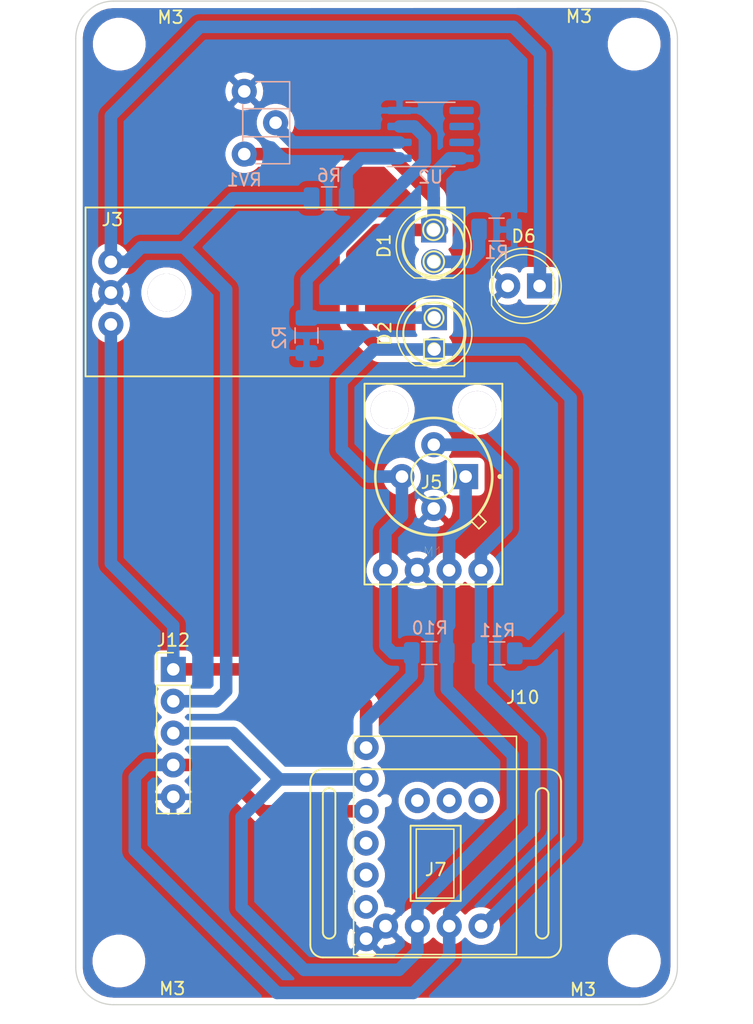
<source format=kicad_pcb>
(kicad_pcb (version 20171130) (host pcbnew 5.1.8-db9833491~88~ubuntu18.04.1)

  (general
    (thickness 1.6)
    (drawings 9)
    (tracks 125)
    (zones 0)
    (modules 20)
    (nets 20)
  )

  (page A4)
  (layers
    (0 F.Cu signal)
    (31 B.Cu signal)
    (32 B.Adhes user)
    (33 F.Adhes user)
    (34 B.Paste user)
    (35 F.Paste user)
    (36 B.SilkS user)
    (37 F.SilkS user)
    (38 B.Mask user)
    (39 F.Mask user)
    (40 Dwgs.User user)
    (41 Cmts.User user)
    (42 Eco1.User user)
    (43 Eco2.User user)
    (44 Edge.Cuts user)
    (45 Margin user)
    (46 B.CrtYd user)
    (47 F.CrtYd user)
    (48 B.Fab user)
    (49 F.Fab user)
  )

  (setup
    (last_trace_width 0.25)
    (user_trace_width 0.5)
    (user_trace_width 1)
    (user_trace_width 3)
    (trace_clearance 0.2)
    (zone_clearance 0.508)
    (zone_45_only no)
    (trace_min 0.2)
    (via_size 0.8)
    (via_drill 0.4)
    (via_min_size 0.4)
    (via_min_drill 0.3)
    (uvia_size 0.3)
    (uvia_drill 0.1)
    (uvias_allowed no)
    (uvia_min_size 0.2)
    (uvia_min_drill 0.1)
    (edge_width 0.1)
    (segment_width 0.2)
    (pcb_text_width 0.3)
    (pcb_text_size 1.5 1.5)
    (mod_edge_width 0.15)
    (mod_text_size 1 1)
    (mod_text_width 0.15)
    (pad_size 5 5)
    (pad_drill 3)
    (pad_to_mask_clearance 0)
    (aux_axis_origin 0 0)
    (visible_elements 7FFFFFFF)
    (pcbplotparams
      (layerselection 0x010fc_ffffffff)
      (usegerberextensions false)
      (usegerberattributes false)
      (usegerberadvancedattributes false)
      (creategerberjobfile false)
      (excludeedgelayer true)
      (linewidth 0.100000)
      (plotframeref false)
      (viasonmask false)
      (mode 1)
      (useauxorigin false)
      (hpglpennumber 1)
      (hpglpenspeed 20)
      (hpglpendiameter 15.000000)
      (psnegative false)
      (psa4output false)
      (plotreference true)
      (plotvalue true)
      (plotinvisibletext false)
      (padsonsilk false)
      (subtractmaskfromsilk false)
      (outputformat 1)
      (mirror false)
      (drillshape 0)
      (scaleselection 1)
      (outputdirectory "PermitMe_main_Sub_GERBER/SUB_PCB/"))
  )

  (net 0 "")
  (net 1 "Net-(J7-Pad5)")
  (net 2 "Net-(J7-Pad6)")
  (net 3 "Net-(J7-Pad7)")
  (net 4 "Net-(J7-Pad8)")
  (net 5 "Net-(J10-Pad4)")
  (net 6 "Net-(J10-Pad5)")
  (net 7 "Net-(J10-Pad6)")
  (net 8 "Net-(D1-Pad1)")
  (net 9 "Net-(R6-Pad1)")
  (net 10 "Net-(RV1-Pad2)")
  (net 11 "Net-(U2-Pad5)")
  (net 12 "Net-(U2-Pad6)")
  (net 13 "Net-(U2-Pad7)")
  (net 14 "Net-(D2-Pad2)")
  (net 15 +5VA)
  (net 16 GNDA)
  (net 17 IR1)
  (net 18 SCL1)
  (net 19 SDA1)

  (net_class Default "This is the default net class."
    (clearance 0.2)
    (trace_width 0.25)
    (via_dia 0.8)
    (via_drill 0.4)
    (uvia_dia 0.3)
    (uvia_drill 0.1)
    (add_net +5VA)
    (add_net GNDA)
    (add_net IR1)
    (add_net "Net-(D1-Pad1)")
    (add_net "Net-(D2-Pad2)")
    (add_net "Net-(J10-Pad4)")
    (add_net "Net-(J10-Pad5)")
    (add_net "Net-(J10-Pad6)")
    (add_net "Net-(J7-Pad5)")
    (add_net "Net-(J7-Pad6)")
    (add_net "Net-(J7-Pad7)")
    (add_net "Net-(J7-Pad8)")
    (add_net "Net-(R6-Pad1)")
    (add_net "Net-(RV1-Pad2)")
    (add_net "Net-(U2-Pad5)")
    (add_net "Net-(U2-Pad6)")
    (add_net "Net-(U2-Pad7)")
    (add_net SCL1)
    (add_net SDA1)
  )

  (module MLX90614_module:MLX90614 (layer F.Cu) (tedit 5EF2F8B7) (tstamp 5F5BB055)
    (at 179.604 119.832)
    (path /5EF37B3D)
    (fp_text reference J5 (at -0.15 0.41) (layer F.SilkS)
      (effects (font (size 1 1) (thickness 0.15)))
    )
    (fp_text value MLX90614 (at -0.15 -0.59) (layer F.Fab)
      (effects (font (size 1 1) (thickness 0.15)))
    )
    (fp_circle (center -3.88 7.44) (end -3.118 7.44) (layer Dwgs.User) (width 0.2))
    (fp_circle (center -1.380005 7.44) (end -0.922805 7.44) (layer Dwgs.User) (width 0.2))
    (fp_circle (center -1.379879 7.44) (end -0.617879 7.44) (layer Dwgs.User) (width 0.2))
    (fp_circle (center 3.72001 7.44) (end 4.17721 7.44) (layer Dwgs.User) (width 0.2))
    (fp_circle (center 3.719933 7.44) (end 4.481933 7.44) (layer Dwgs.User) (width 0.2))
    (fp_circle (center 1.220015 7.44) (end 1.677215 7.44) (layer Dwgs.User) (width 0.2))
    (fp_circle (center 1.220066 7.44) (end 1.982066 7.44) (layer Dwgs.User) (width 0.2))
    (fp_circle (center -3.88 7.44) (end -3.4228 7.44) (layer Dwgs.User) (width 0.2))
    (fp_circle (center 0.019915 -0.060111) (end 4.659987 -0.060111) (layer F.SilkS) (width 0.15))
    (fp_circle (center 0.019915 -0.060111) (end 1.808837 -0.060111) (layer F.SilkS) (width 0.15))
    (fp_line (start 5.5 -7.45) (end 5.5 8.55) (layer F.SilkS) (width 0.15))
    (fp_line (start -5.5 8.55) (end 5.5 8.55) (layer F.SilkS) (width 0.15))
    (fp_line (start -5.5 -7.45) (end -5.5 8.55) (layer F.SilkS) (width 0.15))
    (fp_line (start -5.5 -7.45) (end 5.5 -7.45) (layer F.SilkS) (width 0.15))
    (pad "" thru_hole circle (at 3.5 -5.37) (size 3 3) (drill 3) (layers *.Cu *.Mask))
    (pad "" thru_hole circle (at -3.5 -5.37) (size 3 3) (drill 3) (layers *.Cu *.Mask))
    (pad 1 thru_hole circle (at -3.83 7.42) (size 2 2) (drill 1) (layers *.Cu *.Mask)
      (net 15 +5VA))
    (pad 2 thru_hole circle (at -1.29 7.42) (size 2 2) (drill 1) (layers *.Cu *.Mask)
      (net 16 GNDA))
    (pad 3 thru_hole circle (at 1.25 7.42) (size 2 2) (drill 1) (layers *.Cu *.Mask)
      (net 18 SCL1))
    (pad 4 thru_hole circle (at 3.79 7.42) (size 2 2) (drill 1) (layers *.Cu *.Mask)
      (net 19 SDA1))
  )

  (module LED_THT:LED_D5.0mm (layer F.Cu) (tedit 5F65B3B3) (tstamp 5F5CB279)
    (at 179.624 102.662 90)
    (descr "LED, diameter 5.0mm, 2 pins, http://cdn-reichelt.de/documents/datenblatt/A500/LL-504BC2E-009.pdf")
    (tags "LED diameter 5.0mm 2 pins")
    (path /5F4E3845)
    (fp_text reference D1 (at 1.27 -3.96 90) (layer F.SilkS)
      (effects (font (size 1 1) (thickness 0.15)))
    )
    (fp_text value LED_ALT (at 1.27 3.96 90) (layer F.Fab)
      (effects (font (size 1 1) (thickness 0.15)))
    )
    (fp_circle (center 1.27 0) (end 3.77 0) (layer F.Fab) (width 0.1))
    (fp_circle (center 1.27 0) (end 3.77 0) (layer F.SilkS) (width 0.12))
    (fp_line (start -1.23 -1.469694) (end -1.23 1.469694) (layer F.Fab) (width 0.1))
    (fp_line (start -1.29 -1.545) (end -1.29 1.545) (layer F.SilkS) (width 0.12))
    (fp_line (start -1.95 -3.25) (end -1.95 3.25) (layer F.CrtYd) (width 0.05))
    (fp_line (start -1.95 3.25) (end 4.5 3.25) (layer F.CrtYd) (width 0.05))
    (fp_line (start 4.5 3.25) (end 4.5 -3.25) (layer F.CrtYd) (width 0.05))
    (fp_line (start 4.5 -3.25) (end -1.95 -3.25) (layer F.CrtYd) (width 0.05))
    (fp_text user %R (at 1.25 0 90) (layer F.Fab)
      (effects (font (size 0.8 0.8) (thickness 0.2)))
    )
    (fp_arc (start 1.27 0) (end -1.29 1.54483) (angle -148.9) (layer F.SilkS) (width 0.12))
    (fp_arc (start 1.27 0) (end -1.29 -1.54483) (angle 148.9) (layer F.SilkS) (width 0.12))
    (fp_arc (start 1.27 0) (end -1.23 -1.469694) (angle 299.1) (layer F.Fab) (width 0.1))
    (pad 2 thru_hole rect (at 2.54 0 90) (size 2 2) (drill 1) (layers *.Cu *.Mask)
      (net 15 +5VA))
    (pad 1 thru_hole circle (at 0 0 90) (size 2 2) (drill 1) (layers *.Cu *.Mask)
      (net 8 "Net-(D1-Pad1)"))
    (model ${KISYS3DMOD}/LED_THT.3dshapes/LED_D5.0mm.wrl
      (at (xyz 0 0 0))
      (scale (xyz 1 1 1))
      (rotate (xyz 0 0 0))
    )
  )

  (module Potentiometer_THT:Potentiometer_ACP_CA6-H2,5_Horizontal (layer B.Cu) (tedit 5F65B8DE) (tstamp 5F662813)
    (at 164.514 94.074)
    (descr "Potentiometer, horizontal, ACP CA6-H2,5, http://www.acptechnologies.com/wp-content/uploads/2017/06/01-ACP-CA6.pdf")
    (tags "Potentiometer horizontal ACP CA6-H2,5")
    (path /5F4FD1FF)
    (fp_text reference RV1 (at 0 2.06) (layer B.SilkS)
      (effects (font (size 1 1) (thickness 0.15)) (justify mirror))
    )
    (fp_text value 10K (at 0 -7.06) (layer B.Fab)
      (effects (font (size 1 1) (thickness 0.15)) (justify mirror))
    )
    (fp_line (start 3.75 1.1) (end -1.1 1.1) (layer B.CrtYd) (width 0.05))
    (fp_line (start 3.75 -6.1) (end 3.75 1.1) (layer B.CrtYd) (width 0.05))
    (fp_line (start -1.1 -6.1) (end 3.75 -6.1) (layer B.CrtYd) (width 0.05))
    (fp_line (start -1.1 1.1) (end -1.1 -6.1) (layer B.CrtYd) (width 0.05))
    (fp_line (start 3.62 -1.38) (end 3.62 -3.62) (layer B.SilkS) (width 0.12))
    (fp_line (start -0.121 -1.38) (end -0.121 -3.62) (layer B.SilkS) (width 0.12))
    (fp_line (start -0.121 -3.62) (end 3.62 -3.62) (layer B.SilkS) (width 0.12))
    (fp_line (start -0.121 -1.38) (end 3.62 -1.38) (layer B.SilkS) (width 0.12))
    (fp_line (start -0.121 -1.066) (end -0.121 -3.935) (layer B.SilkS) (width 0.12))
    (fp_line (start 3.62 0.77) (end 3.62 -5.77) (layer B.SilkS) (width 0.12))
    (fp_line (start 0.925 -5.77) (end 3.62 -5.77) (layer B.SilkS) (width 0.12))
    (fp_line (start 0.925 0.77) (end 3.62 0.77) (layer B.SilkS) (width 0.12))
    (fp_line (start 3.5 -1.5) (end 0 -1.5) (layer B.Fab) (width 0.1))
    (fp_line (start 3.5 -3.5) (end 3.5 -1.5) (layer B.Fab) (width 0.1))
    (fp_line (start 0 -3.5) (end 3.5 -3.5) (layer B.Fab) (width 0.1))
    (fp_line (start 0 -1.5) (end 0 -3.5) (layer B.Fab) (width 0.1))
    (fp_line (start 0 0.65) (end 3.5 0.65) (layer B.Fab) (width 0.1))
    (fp_line (start 0 -5.65) (end 0 0.65) (layer B.Fab) (width 0.1))
    (fp_line (start 3.5 -5.65) (end 0 -5.65) (layer B.Fab) (width 0.1))
    (fp_line (start 3.5 0.65) (end 3.5 -5.65) (layer B.Fab) (width 0.1))
    (fp_text user %R (at 1.75 -2.5) (layer B.Fab)
      (effects (font (size 0.78 0.78) (thickness 0.15)) (justify mirror))
    )
    (pad 3 thru_hole circle (at 0 -5) (size 2 2) (drill 1) (layers *.Cu *.Mask)
      (net 16 GNDA))
    (pad 2 thru_hole circle (at 2.5 -2.5) (size 2 2) (drill 1) (layers *.Cu *.Mask)
      (net 10 "Net-(RV1-Pad2)"))
    (pad 1 thru_hole circle (at 0 0) (size 2 2) (drill 1) (layers *.Cu *.Mask)
      (net 15 +5VA))
    (model ${KISYS3DMOD}/Potentiometer_THT.3dshapes/Potentiometer_ACP_CA6-H2,5_Horizontal.wrl
      (at (xyz 0 0 0))
      (scale (xyz 1 1 1))
      (rotate (xyz 0 0 0))
    )
  )

  (module Connector_PinHeader_2.54mm:PinHeader_1x05_P2.54mm_Vertical (layer F.Cu) (tedit 5F65D942) (tstamp 5F65CBF4)
    (at 158.85 135.15)
    (descr "Through hole straight pin header, 1x05, 2.54mm pitch, single row")
    (tags "Through hole pin header THT 1x05 2.54mm single row")
    (path /5F686886)
    (fp_text reference J12 (at 0 -2.33) (layer F.SilkS)
      (effects (font (size 1 1) (thickness 0.15)))
    )
    (fp_text value Conn_01x05_Male (at 0 12.49) (layer F.Fab)
      (effects (font (size 1 1) (thickness 0.15)))
    )
    (fp_line (start 1.8 -1.8) (end -1.8 -1.8) (layer F.CrtYd) (width 0.05))
    (fp_line (start 1.8 11.95) (end 1.8 -1.8) (layer F.CrtYd) (width 0.05))
    (fp_line (start -1.8 11.95) (end 1.8 11.95) (layer F.CrtYd) (width 0.05))
    (fp_line (start -1.8 -1.8) (end -1.8 11.95) (layer F.CrtYd) (width 0.05))
    (fp_line (start -1.33 -1.33) (end 0 -1.33) (layer F.SilkS) (width 0.12))
    (fp_line (start -1.33 0) (end -1.33 -1.33) (layer F.SilkS) (width 0.12))
    (fp_line (start -1.33 1.27) (end 1.33 1.27) (layer F.SilkS) (width 0.12))
    (fp_line (start 1.33 1.27) (end 1.33 11.49) (layer F.SilkS) (width 0.12))
    (fp_line (start -1.33 1.27) (end -1.33 11.49) (layer F.SilkS) (width 0.12))
    (fp_line (start -1.33 11.49) (end 1.33 11.49) (layer F.SilkS) (width 0.12))
    (fp_line (start -1.27 -0.635) (end -0.635 -1.27) (layer F.Fab) (width 0.1))
    (fp_line (start -1.27 11.43) (end -1.27 -0.635) (layer F.Fab) (width 0.1))
    (fp_line (start 1.27 11.43) (end -1.27 11.43) (layer F.Fab) (width 0.1))
    (fp_line (start 1.27 -1.27) (end 1.27 11.43) (layer F.Fab) (width 0.1))
    (fp_line (start -0.635 -1.27) (end 1.27 -1.27) (layer F.Fab) (width 0.1))
    (fp_text user %R (at 0 5.08 90) (layer F.Fab)
      (effects (font (size 1 1) (thickness 0.15)))
    )
    (pad 5 thru_hole oval (at 0 10.16) (size 2 2) (drill 1) (layers *.Cu *.Mask)
      (net 16 GNDA))
    (pad 4 thru_hole oval (at 0 7.62) (size 2 2) (drill 1) (layers *.Cu *.Mask)
      (net 19 SDA1))
    (pad 3 thru_hole oval (at 0 5.08) (size 2 2) (drill 1) (layers *.Cu *.Mask)
      (net 18 SCL1))
    (pad 2 thru_hole oval (at 0 2.54) (size 2 2) (drill 1) (layers *.Cu *.Mask)
      (net 17 IR1))
    (pad 1 thru_hole rect (at 0 0) (size 2 2) (drill 1) (layers *.Cu *.Mask)
      (net 15 +5VA))
    (model ${KISYS3DMOD}/Connector_PinHeader_2.54mm.3dshapes/PinHeader_1x05_P2.54mm_Vertical.wrl
      (at (xyz 0 0 0))
      (scale (xyz 1 1 1))
      (rotate (xyz 0 0 0))
    )
  )

  (module Resistor_SMD:R_1206_3216Metric (layer B.Cu) (tedit 5B301BBD) (tstamp 5F5CB2D0)
    (at 171.28 97.6 180)
    (descr "Resistor SMD 1206 (3216 Metric), square (rectangular) end terminal, IPC_7351 nominal, (Body size source: http://www.tortai-tech.com/upload/download/2011102023233369053.pdf), generated with kicad-footprint-generator")
    (tags resistor)
    (path /5F53A0ED)
    (attr smd)
    (fp_text reference R6 (at 0 1.82) (layer B.SilkS)
      (effects (font (size 1 1) (thickness 0.15)) (justify mirror))
    )
    (fp_text value 330E (at 0 -1.82) (layer B.Fab)
      (effects (font (size 1 1) (thickness 0.15)) (justify mirror))
    )
    (fp_line (start 2.28 -1.12) (end -2.28 -1.12) (layer B.CrtYd) (width 0.05))
    (fp_line (start 2.28 1.12) (end 2.28 -1.12) (layer B.CrtYd) (width 0.05))
    (fp_line (start -2.28 1.12) (end 2.28 1.12) (layer B.CrtYd) (width 0.05))
    (fp_line (start -2.28 -1.12) (end -2.28 1.12) (layer B.CrtYd) (width 0.05))
    (fp_line (start -0.602064 -0.91) (end 0.602064 -0.91) (layer B.SilkS) (width 0.12))
    (fp_line (start -0.602064 0.91) (end 0.602064 0.91) (layer B.SilkS) (width 0.12))
    (fp_line (start 1.6 -0.8) (end -1.6 -0.8) (layer B.Fab) (width 0.1))
    (fp_line (start 1.6 0.8) (end 1.6 -0.8) (layer B.Fab) (width 0.1))
    (fp_line (start -1.6 0.8) (end 1.6 0.8) (layer B.Fab) (width 0.1))
    (fp_line (start -1.6 -0.8) (end -1.6 0.8) (layer B.Fab) (width 0.1))
    (fp_text user %R (at 0 0) (layer B.Fab)
      (effects (font (size 0.8 0.8) (thickness 0.12)) (justify mirror))
    )
    (pad 1 smd roundrect (at -1.4 0 180) (size 1.25 1.75) (layers B.Cu B.Paste B.Mask) (roundrect_rratio 0.2)
      (net 9 "Net-(R6-Pad1)"))
    (pad 2 smd roundrect (at 1.4 0 180) (size 1.25 1.75) (layers B.Cu B.Paste B.Mask) (roundrect_rratio 0.2)
      (net 17 IR1))
    (model ${KISYS3DMOD}/Resistor_SMD.3dshapes/R_1206_3216Metric.wrl
      (at (xyz 0 0 0))
      (scale (xyz 1 1 1))
      (rotate (xyz 0 0 0))
    )
  )

  (module Mounting_Holes:MountingHole_3.2mm_M3 (layer F.Cu) (tedit 56D1B4CB) (tstamp 5F65E674)
    (at 154.54 85.31)
    (descr "Mounting Hole 3.2mm, no annular, M3")
    (tags "mounting hole 3.2mm no annular m3")
    (attr virtual)
    (fp_text reference M3 (at 4.09 -2.14) (layer F.SilkS)
      (effects (font (size 1 1) (thickness 0.15)))
    )
    (fp_text value MountingHole_3.2mm_M3 (at 0 4.2) (layer F.Fab)
      (effects (font (size 1 1) (thickness 0.15)))
    )
    (fp_circle (center 0 0) (end 3.2 0) (layer Cmts.User) (width 0.15))
    (fp_circle (center 0 0) (end 3.45 0) (layer F.CrtYd) (width 0.05))
    (fp_text user %R (at 0.3 0) (layer F.Fab)
      (effects (font (size 1 1) (thickness 0.15)))
    )
    (pad 1 np_thru_hole circle (at 0 0) (size 3.2 3.2) (drill 3.2) (layers *.Cu *.Mask))
  )

  (module MAX30102_1:MAX30102_1 (layer F.Cu) (tedit 5F5B603F) (tstamp 5F5BB096)
    (at 179.634 149.082)
    (path /5F5E7716)
    (fp_text reference J10 (at 7.1 -11.7) (layer F.SilkS)
      (effects (font (size 1 1) (thickness 0.15)))
    )
    (fp_text value MAX30102_1 (at 0.4 -11.6) (layer F.Fab)
      (effects (font (size 1 1) (thickness 0.15)))
    )
    (fp_line (start -6.4 -8.6) (end -6.4 8.8) (layer F.SilkS) (width 0.12))
    (fp_line (start 6.6 -8.6) (end -6.4 -8.6) (layer F.SilkS) (width 0.12))
    (fp_line (start 6.6 8.8) (end -6.4 8.8) (layer F.SilkS) (width 0.12))
    (fp_line (start 6.6 -8.6) (end 6.6 8.8) (layer F.SilkS) (width 0.12))
    (fp_line (start 1.6 -1.2) (end 1.6 4.3) (layer F.SilkS) (width 0.12))
    (fp_line (start 1.6 -1.2) (end -1.4 -1.2) (layer F.SilkS) (width 0.12))
    (fp_line (start -1.4 4.3) (end -1.4 -1.2) (layer F.SilkS) (width 0.12))
    (fp_line (start -1.4 4.3) (end 1.6 4.3) (layer F.SilkS) (width 0.12))
    (pad 1 thru_hole circle (at -5.4 -7.7) (size 2 2) (drill 1) (layers *.Cu *.Mask)
      (net 15 +5VA))
    (pad 2 thru_hole circle (at -5.4 -5.16) (size 2 2) (drill 1) (layers *.Cu *.Mask)
      (net 18 SCL1))
    (pad 3 thru_hole circle (at -5.4 -2.62) (size 2 2) (drill 1) (layers *.Cu *.Mask)
      (net 19 SDA1))
    (pad 4 thru_hole circle (at -5.4 -0.08) (size 2 2) (drill 1) (layers *.Cu *.Mask)
      (net 5 "Net-(J10-Pad4)"))
    (pad 5 thru_hole circle (at -5.4 2.46) (size 2 2) (drill 1) (layers *.Cu *.Mask)
      (net 6 "Net-(J10-Pad5)"))
    (pad 6 thru_hole circle (at -5.4 5) (size 1.9 1.9) (drill 1) (layers *.Cu *.Mask)
      (net 7 "Net-(J10-Pad6)"))
    (pad 7 thru_hole circle (at -5.4 7.54) (size 2 2) (drill 1) (layers *.Cu *.Mask)
      (net 16 GNDA))
  )

  (module Resistor_SMD:R_1206_3216Metric (layer B.Cu) (tedit 5B301BBD) (tstamp 5F48EA6E)
    (at 184.694 133.872 180)
    (descr "Resistor SMD 1206 (3216 Metric), square (rectangular) end terminal, IPC_7351 nominal, (Body size source: http://www.tortai-tech.com/upload/download/2011102023233369053.pdf), generated with kicad-footprint-generator")
    (tags resistor)
    (path /5F5E76F9)
    (attr smd)
    (fp_text reference R11 (at 0 1.82) (layer B.SilkS)
      (effects (font (size 1 1) (thickness 0.15)) (justify mirror))
    )
    (fp_text value 220E (at 0 -1.82) (layer B.Fab)
      (effects (font (size 1 1) (thickness 0.15)) (justify mirror))
    )
    (fp_line (start -1.6 -0.8) (end -1.6 0.8) (layer B.Fab) (width 0.1))
    (fp_line (start -1.6 0.8) (end 1.6 0.8) (layer B.Fab) (width 0.1))
    (fp_line (start 1.6 0.8) (end 1.6 -0.8) (layer B.Fab) (width 0.1))
    (fp_line (start 1.6 -0.8) (end -1.6 -0.8) (layer B.Fab) (width 0.1))
    (fp_line (start -0.602064 0.91) (end 0.602064 0.91) (layer B.SilkS) (width 0.12))
    (fp_line (start -0.602064 -0.91) (end 0.602064 -0.91) (layer B.SilkS) (width 0.12))
    (fp_line (start -2.28 -1.12) (end -2.28 1.12) (layer B.CrtYd) (width 0.05))
    (fp_line (start -2.28 1.12) (end 2.28 1.12) (layer B.CrtYd) (width 0.05))
    (fp_line (start 2.28 1.12) (end 2.28 -1.12) (layer B.CrtYd) (width 0.05))
    (fp_line (start 2.28 -1.12) (end -2.28 -1.12) (layer B.CrtYd) (width 0.05))
    (fp_text user %R (at 0 0) (layer B.Fab)
      (effects (font (size 0.8 0.8) (thickness 0.12)) (justify mirror))
    )
    (pad 1 smd roundrect (at -1.4 0 180) (size 1.25 1.75) (layers B.Cu B.Paste B.Mask) (roundrect_rratio 0.2)
      (net 15 +5VA))
    (pad 2 smd roundrect (at 1.4 0 180) (size 1.25 1.75) (layers B.Cu B.Paste B.Mask) (roundrect_rratio 0.2)
      (net 19 SDA1))
    (model ${KISYS3DMOD}/Resistor_SMD.3dshapes/R_1206_3216Metric.wrl
      (at (xyz 0 0 0))
      (scale (xyz 1 1 1))
      (rotate (xyz 0 0 0))
    )
  )

  (module "IR_Sensor:IR Sensor" (layer F.Cu) (tedit 5F5B1EDC) (tstamp 5F48E95F)
    (at 167.354 105.112)
    (path /5F5E76E3)
    (fp_text reference J3 (at -13.364 -5.812) (layer F.SilkS)
      (effects (font (size 1 1) (thickness 0.15)))
    )
    (fp_text value "IR Sensor" (at 0 -0.5) (layer F.Fab)
      (effects (font (size 1 1) (thickness 0.15)))
    )
    (fp_circle (center 12.3 2) (end 13.062 2) (layer F.SilkS) (width 0.15))
    (fp_circle (center 12.28387 -2.464811) (end 12.76647 -2.464811) (layer F.SilkS) (width 0.15))
    (fp_circle (center 12.28387 -2.464811) (end 13.10937 -2.464811) (layer F.SilkS) (width 0.15))
    (fp_circle (center 12.25 -5) (end 12.7326 -5) (layer F.SilkS) (width 0.15))
    (fp_circle (center 12.25 -5.004812) (end 13.0755 -5.004812) (layer F.SilkS) (width 0.15))
    (fp_circle (center 12.3 2) (end 12.7572 2) (layer F.SilkS) (width 0.15))
    (fp_circle (center 12.302539 4.500377) (end 12.759739 4.500377) (layer F.SilkS) (width 0.15))
    (fp_line (start 11.5 3.738377) (end 13.1 3.738377) (layer F.SilkS) (width 0.15))
    (fp_line (start -15.50373 -6.782811) (end 14.72227 -6.782811) (layer F.SilkS) (width 0.15))
    (fp_line (start 14.72227 -6.782811) (end 14.72227 6.679189) (layer F.SilkS) (width 0.15))
    (fp_line (start -15.50373 -6.782811) (end -15.50373 6.679189) (layer F.SilkS) (width 0.15))
    (fp_line (start -15.50373 6.68) (end 14.72227 6.68) (layer F.SilkS) (width 0.15))
    (fp_line (start 13.1 5.262376) (end 13.1 3.738377) (layer F.SilkS) (width 0.15))
    (fp_line (start 11.5 3.738377) (end 11.5 5.262376) (layer F.SilkS) (width 0.15))
    (fp_line (start 13.1 5.26) (end 11.5 5.262376) (layer F.SilkS) (width 0.15))
    (fp_arc (start 12.28 3.24) (end 10.635692 1.450045) (angle -359.3342135) (layer F.SilkS) (width 0.15))
    (fp_arc (start 12.27 -3.75) (end 10.625692 -5.539955) (angle -359.3342135) (layer F.SilkS) (width 0.15))
    (pad 1 thru_hole circle (at -13.48 -2.45) (size 2 2) (drill 1) (layers *.Cu *.Mask)
      (net 17 IR1))
    (pad 2 thru_hole circle (at -13.48 0) (size 2 2) (drill 1) (layers *.Cu *.Mask)
      (net 16 GNDA))
    (pad 3 thru_hole circle (at -13.48 2.54) (size 2 2) (drill 1) (layers *.Cu *.Mask)
      (net 15 +5VA))
    (pad 4 thru_hole circle (at -9.05 0) (size 3 3) (drill 3) (layers *.Cu *.Mask))
  )

  (module Package_SO:SOIC-8_3.9x4.9mm_P1.27mm (layer B.Cu) (tedit 5D9F72B1) (tstamp 5F5CB30A)
    (at 179.375 92.505)
    (descr "SOIC, 8 Pin (JEDEC MS-012AA, https://www.analog.com/media/en/package-pcb-resources/package/pkg_pdf/soic_narrow-r/r_8.pdf), generated with kicad-footprint-generator ipc_gullwing_generator.py")
    (tags "SOIC SO")
    (path /5F4D160D)
    (attr smd)
    (fp_text reference U2 (at 0 3.4) (layer B.SilkS)
      (effects (font (size 1 1) (thickness 0.15)) (justify mirror))
    )
    (fp_text value LM358 (at 0 -3.4) (layer B.Fab)
      (effects (font (size 1 1) (thickness 0.15)) (justify mirror))
    )
    (fp_line (start 3.7 2.7) (end -3.7 2.7) (layer B.CrtYd) (width 0.05))
    (fp_line (start 3.7 -2.7) (end 3.7 2.7) (layer B.CrtYd) (width 0.05))
    (fp_line (start -3.7 -2.7) (end 3.7 -2.7) (layer B.CrtYd) (width 0.05))
    (fp_line (start -3.7 2.7) (end -3.7 -2.7) (layer B.CrtYd) (width 0.05))
    (fp_line (start -1.95 1.475) (end -0.975 2.45) (layer B.Fab) (width 0.1))
    (fp_line (start -1.95 -2.45) (end -1.95 1.475) (layer B.Fab) (width 0.1))
    (fp_line (start 1.95 -2.45) (end -1.95 -2.45) (layer B.Fab) (width 0.1))
    (fp_line (start 1.95 2.45) (end 1.95 -2.45) (layer B.Fab) (width 0.1))
    (fp_line (start -0.975 2.45) (end 1.95 2.45) (layer B.Fab) (width 0.1))
    (fp_line (start 0 2.56) (end -3.45 2.56) (layer B.SilkS) (width 0.12))
    (fp_line (start 0 2.56) (end 1.95 2.56) (layer B.SilkS) (width 0.12))
    (fp_line (start 0 -2.56) (end -1.95 -2.56) (layer B.SilkS) (width 0.12))
    (fp_line (start 0 -2.56) (end 1.95 -2.56) (layer B.SilkS) (width 0.12))
    (fp_text user %R (at 0 0) (layer B.Fab)
      (effects (font (size 0.98 0.98) (thickness 0.15)) (justify mirror))
    )
    (pad 1 smd roundrect (at -2.475 1.905) (size 1.95 0.6) (layers B.Cu B.Paste B.Mask) (roundrect_rratio 0.25)
      (net 9 "Net-(R6-Pad1)"))
    (pad 2 smd roundrect (at -2.475 0.635) (size 1.95 0.6) (layers B.Cu B.Paste B.Mask) (roundrect_rratio 0.25)
      (net 10 "Net-(RV1-Pad2)"))
    (pad 3 smd roundrect (at -2.475 -0.635) (size 1.95 0.6) (layers B.Cu B.Paste B.Mask) (roundrect_rratio 0.25)
      (net 14 "Net-(D2-Pad2)"))
    (pad 4 smd roundrect (at -2.475 -1.905) (size 1.95 0.6) (layers B.Cu B.Paste B.Mask) (roundrect_rratio 0.25)
      (net 16 GNDA))
    (pad 5 smd roundrect (at 2.475 -1.905) (size 1.95 0.6) (layers B.Cu B.Paste B.Mask) (roundrect_rratio 0.25)
      (net 11 "Net-(U2-Pad5)"))
    (pad 6 smd roundrect (at 2.475 -0.635) (size 1.95 0.6) (layers B.Cu B.Paste B.Mask) (roundrect_rratio 0.25)
      (net 12 "Net-(U2-Pad6)"))
    (pad 7 smd roundrect (at 2.475 0.635) (size 1.95 0.6) (layers B.Cu B.Paste B.Mask) (roundrect_rratio 0.25)
      (net 13 "Net-(U2-Pad7)"))
    (pad 8 smd roundrect (at 2.475 1.905) (size 1.95 0.6) (layers B.Cu B.Paste B.Mask) (roundrect_rratio 0.25)
      (net 15 +5VA))
    (model ${KISYS3DMOD}/Package_SO.3dshapes/SOIC-8_3.9x4.9mm_P1.27mm.wrl
      (at (xyz 0 0 0))
      (scale (xyz 1 1 1))
      (rotate (xyz 0 0 0))
    )
  )

  (module MLX90614:TO254P942H425-4 (layer F.Cu) (tedit 5F5B59A5) (tstamp 5F5BB0CB)
    (at 179.634 119.782 180)
    (path /5F5DB1DC)
    (fp_text reference M1 (at 0.04 -6.008) (layer F.SilkS)
      (effects (font (size 0.8 0.8) (thickness 0.015)))
    )
    (fp_text value MLX90614ESF-DCA-000-TU (at 5.12 6.008) (layer F.Fab)
      (effects (font (size 0.8 0.8) (thickness 0.015)))
    )
    (fp_circle (center -5.28 0) (end -5.18 0) (layer F.Fab) (width 0.2))
    (fp_circle (center -5.28 0) (end -5.18 0) (layer F.SilkS) (width 0.2))
    (fp_line (start -3.03349 -3.59917) (end -3.59917 -4.16486) (layer F.Fab) (width 0.127))
    (fp_line (start -3.59917 -4.16486) (end -4.16486 -3.59917) (layer F.Fab) (width 0.127))
    (fp_line (start -4.16486 -3.59917) (end -3.59917 -3.03349) (layer F.Fab) (width 0.127))
    (fp_line (start -3.01793 -3.93717) (end -3.59917 -4.51841) (layer F.CrtYd) (width 0.05))
    (fp_line (start -3.59917 -4.51841) (end -4.51841 -3.59917) (layer F.CrtYd) (width 0.05))
    (fp_line (start -4.51841 -3.59917) (end -3.93717 -3.01793) (layer F.CrtYd) (width 0.05))
    (fp_line (start -3.03349 -3.59917) (end -3.59917 -4.16486) (layer F.SilkS) (width 0.127))
    (fp_line (start -3.59917 -4.16486) (end -4.16486 -3.59917) (layer F.SilkS) (width 0.127))
    (fp_line (start -4.16486 -3.59917) (end -3.59917 -3.03349) (layer F.SilkS) (width 0.127))
    (fp_arc (start 0.004601 0.002004) (end -3.33047 3.33047) (angle 85.051) (layer F.Fab) (width 0.127))
    (fp_arc (start 0 0) (end 3.33047 3.33047) (angle 90) (layer F.Fab) (width 0.127))
    (fp_arc (start 0 0) (end 3.33047 -3.33047) (angle 90) (layer F.Fab) (width 0.127))
    (fp_arc (start 0.002025 0.004102) (end -3.03349 -3.59917) (angle 85.0592) (layer F.Fab) (width 0.127))
    (fp_arc (start 0.005306 -0.000932) (end -3.50725 3.50725) (angle 82.3895) (layer F.CrtYd) (width 0.05))
    (fp_arc (start 0 0) (end 3.50725 3.50725) (angle 90) (layer F.CrtYd) (width 0.05))
    (fp_arc (start 0 0) (end 3.50725 -3.50725) (angle 90) (layer F.CrtYd) (width 0.05))
    (fp_arc (start -0.00094 0.005417) (end -3.01793 -3.93717) (angle 82.3878) (layer F.CrtYd) (width 0.05))
    (fp_arc (start 0.004601 0.002004) (end -3.33047 3.33047) (angle 85.051) (layer F.SilkS) (width 0.127))
    (fp_arc (start 0 0) (end 3.33047 3.33047) (angle 90) (layer F.SilkS) (width 0.127))
    (fp_arc (start 0 0) (end 3.33047 -3.33047) (angle 90) (layer F.SilkS) (width 0.127))
    (fp_arc (start 0.002025 0.004102) (end -3.03349 -3.59917) (angle 85.0592) (layer F.SilkS) (width 0.127))
    (pad 1 thru_hole rect (at -2.54 0 180) (size 2 2) (drill 1) (layers *.Cu *.Mask)
      (net 18 SCL1))
    (pad 3 thru_hole circle (at 2.54 0 180) (size 2 2) (drill 1) (layers *.Cu *.Mask)
      (net 15 +5VA))
    (pad 4 thru_hole circle (at 0 -2.54 180) (size 2 2) (drill 1) (layers *.Cu *.Mask)
      (net 16 GNDA))
    (pad 2 thru_hole circle (at 0 2.54 180) (size 2 2) (drill 1) (layers *.Cu *.Mask)
      (net 19 SDA1))
  )

  (module Resistor_SMD:R_1206_3216Metric (layer B.Cu) (tedit 5B301BBD) (tstamp 5F48EA5E)
    (at 179.274 133.852)
    (descr "Resistor SMD 1206 (3216 Metric), square (rectangular) end terminal, IPC_7351 nominal, (Body size source: http://www.tortai-tech.com/upload/download/2011102023233369053.pdf), generated with kicad-footprint-generator")
    (tags resistor)
    (path /5F5E76FA)
    (attr smd)
    (fp_text reference R10 (at 0.046 -2.002) (layer B.SilkS)
      (effects (font (size 1 1) (thickness 0.15)) (justify mirror))
    )
    (fp_text value 220E (at 0 -1.82) (layer B.Fab)
      (effects (font (size 1 1) (thickness 0.15)) (justify mirror))
    )
    (fp_line (start -1.6 -0.8) (end -1.6 0.8) (layer B.Fab) (width 0.1))
    (fp_line (start -1.6 0.8) (end 1.6 0.8) (layer B.Fab) (width 0.1))
    (fp_line (start 1.6 0.8) (end 1.6 -0.8) (layer B.Fab) (width 0.1))
    (fp_line (start 1.6 -0.8) (end -1.6 -0.8) (layer B.Fab) (width 0.1))
    (fp_line (start -0.602064 0.91) (end 0.602064 0.91) (layer B.SilkS) (width 0.12))
    (fp_line (start -0.602064 -0.91) (end 0.602064 -0.91) (layer B.SilkS) (width 0.12))
    (fp_line (start -2.28 -1.12) (end -2.28 1.12) (layer B.CrtYd) (width 0.05))
    (fp_line (start -2.28 1.12) (end 2.28 1.12) (layer B.CrtYd) (width 0.05))
    (fp_line (start 2.28 1.12) (end 2.28 -1.12) (layer B.CrtYd) (width 0.05))
    (fp_line (start 2.28 -1.12) (end -2.28 -1.12) (layer B.CrtYd) (width 0.05))
    (fp_text user %R (at 0 0) (layer B.Fab)
      (effects (font (size 0.8 0.8) (thickness 0.12)) (justify mirror))
    )
    (pad 1 smd roundrect (at -1.4 0) (size 1.25 1.75) (layers B.Cu B.Paste B.Mask) (roundrect_rratio 0.2)
      (net 15 +5VA))
    (pad 2 smd roundrect (at 1.4 0) (size 1.25 1.75) (layers B.Cu B.Paste B.Mask) (roundrect_rratio 0.2)
      (net 18 SCL1))
    (model ${KISYS3DMOD}/Resistor_SMD.3dshapes/R_1206_3216Metric.wrl
      (at (xyz 0 0 0))
      (scale (xyz 1 1 1))
      (rotate (xyz 0 0 0))
    )
  )

  (module Mounting_Holes:MountingHole_3.2mm_M3 (layer F.Cu) (tedit 56D1B4CB) (tstamp 5F65E658)
    (at 195.63 158.4)
    (descr "Mounting Hole 3.2mm, no annular, M3")
    (tags "mounting hole 3.2mm no annular m3")
    (attr virtual)
    (fp_text reference M3 (at -4.09 2.27) (layer F.SilkS)
      (effects (font (size 1 1) (thickness 0.15)))
    )
    (fp_text value MountingHole_3.2mm_M3 (at 0 4.2) (layer F.Fab)
      (effects (font (size 1 1) (thickness 0.15)))
    )
    (fp_circle (center 0 0) (end 3.2 0) (layer Cmts.User) (width 0.15))
    (fp_circle (center 0 0) (end 3.45 0) (layer F.CrtYd) (width 0.05))
    (fp_text user %R (at 0.3 0) (layer F.Fab)
      (effects (font (size 1 1) (thickness 0.15)))
    )
    (pad 1 np_thru_hole circle (at 0 0) (size 3.2 3.2) (drill 3.2) (layers *.Cu *.Mask))
  )

  (module Resistor_SMD:R_1206_3216Metric (layer B.Cu) (tedit 5FBF45FC) (tstamp 5F5CB2BF)
    (at 169.48 108.53 270)
    (descr "Resistor SMD 1206 (3216 Metric), square (rectangular) end terminal, IPC_7351 nominal, (Body size source: http://www.tortai-tech.com/upload/download/2011102023233369053.pdf), generated with kicad-footprint-generator")
    (tags resistor)
    (path /5F4FCD94)
    (attr smd)
    (fp_text reference R2 (at 0.17 2.16 90) (layer B.SilkS)
      (effects (font (size 1 1) (thickness 0.15)) (justify mirror))
    )
    (fp_text value 10K (at 0 -1.82 90) (layer B.Fab)
      (effects (font (size 1 1) (thickness 0.15)) (justify mirror))
    )
    (fp_line (start -1.6 -0.8) (end -1.6 0.8) (layer B.Fab) (width 0.1))
    (fp_line (start -1.6 0.8) (end 1.6 0.8) (layer B.Fab) (width 0.1))
    (fp_line (start 1.6 0.8) (end 1.6 -0.8) (layer B.Fab) (width 0.1))
    (fp_line (start 1.6 -0.8) (end -1.6 -0.8) (layer B.Fab) (width 0.1))
    (fp_line (start -0.602064 0.91) (end 0.602064 0.91) (layer B.SilkS) (width 0.12))
    (fp_line (start -0.602064 -0.91) (end 0.602064 -0.91) (layer B.SilkS) (width 0.12))
    (fp_line (start -2.28 -1.12) (end -2.28 1.12) (layer B.CrtYd) (width 0.05))
    (fp_line (start -2.28 1.12) (end 2.28 1.12) (layer B.CrtYd) (width 0.05))
    (fp_line (start 2.28 1.12) (end 2.28 -1.12) (layer B.CrtYd) (width 0.05))
    (fp_line (start 2.28 -1.12) (end -2.28 -1.12) (layer B.CrtYd) (width 0.05))
    (fp_text user %R (at 0 0 90) (layer B.Fab)
      (effects (font (size 0.8 0.8) (thickness 0.12)) (justify mirror))
    )
    (pad 2 smd roundrect (at 1.4 0 270) (size 1.25 1.75) (layers B.Cu B.Paste B.Mask) (roundrect_rratio 0.2)
      (net 16 GNDA))
    (pad 1 smd roundrect (at -1.4 0 270) (size 1.25 1.75) (layers B.Cu B.Paste B.Mask) (roundrect_rratio 0.2)
      (net 14 "Net-(D2-Pad2)"))
    (model ${KISYS3DMOD}/Resistor_SMD.3dshapes/R_1206_3216Metric.wrl
      (at (xyz 0 0 0))
      (scale (xyz 1 1 1))
      (rotate (xyz 0 0 0))
    )
  )

  (module Mounting_Holes:MountingHole_3.2mm_M3 (layer F.Cu) (tedit 56D1B4CB) (tstamp 5F65E64A)
    (at 154.51 158.4)
    (descr "Mounting Hole 3.2mm, no annular, M3")
    (tags "mounting hole 3.2mm no annular m3")
    (attr virtual)
    (fp_text reference M3 (at 4.26 2.2) (layer F.SilkS)
      (effects (font (size 1 1) (thickness 0.15)))
    )
    (fp_text value MountingHole_3.2mm_M3 (at 0 4.2) (layer F.Fab)
      (effects (font (size 1 1) (thickness 0.15)))
    )
    (fp_circle (center 0 0) (end 3.45 0) (layer F.CrtYd) (width 0.05))
    (fp_circle (center 0 0) (end 3.2 0) (layer Cmts.User) (width 0.15))
    (fp_text user %R (at 0.3 0) (layer F.Fab)
      (effects (font (size 1 1) (thickness 0.15)))
    )
    (pad 1 np_thru_hole circle (at 0 0) (size 3.2 3.2) (drill 3.2) (layers *.Cu *.Mask))
  )

  (module Resistor_SMD:R_1206_3216Metric (layer B.Cu) (tedit 5B301BBD) (tstamp 5F5CB2AE)
    (at 184.64 100.09)
    (descr "Resistor SMD 1206 (3216 Metric), square (rectangular) end terminal, IPC_7351 nominal, (Body size source: http://www.tortai-tech.com/upload/download/2011102023233369053.pdf), generated with kicad-footprint-generator")
    (tags resistor)
    (path /5F4FB7D5)
    (attr smd)
    (fp_text reference R1 (at 0 1.82) (layer B.SilkS)
      (effects (font (size 1 1) (thickness 0.15)) (justify mirror))
    )
    (fp_text value 100E (at 0 -1.82) (layer B.Fab)
      (effects (font (size 1 1) (thickness 0.15)) (justify mirror))
    )
    (fp_line (start 2.28 -1.12) (end -2.28 -1.12) (layer B.CrtYd) (width 0.05))
    (fp_line (start 2.28 1.12) (end 2.28 -1.12) (layer B.CrtYd) (width 0.05))
    (fp_line (start -2.28 1.12) (end 2.28 1.12) (layer B.CrtYd) (width 0.05))
    (fp_line (start -2.28 -1.12) (end -2.28 1.12) (layer B.CrtYd) (width 0.05))
    (fp_line (start -0.602064 -0.91) (end 0.602064 -0.91) (layer B.SilkS) (width 0.12))
    (fp_line (start -0.602064 0.91) (end 0.602064 0.91) (layer B.SilkS) (width 0.12))
    (fp_line (start 1.6 -0.8) (end -1.6 -0.8) (layer B.Fab) (width 0.1))
    (fp_line (start 1.6 0.8) (end 1.6 -0.8) (layer B.Fab) (width 0.1))
    (fp_line (start -1.6 0.8) (end 1.6 0.8) (layer B.Fab) (width 0.1))
    (fp_line (start -1.6 -0.8) (end -1.6 0.8) (layer B.Fab) (width 0.1))
    (fp_text user %R (at 0 0) (layer B.Fab)
      (effects (font (size 0.8 0.8) (thickness 0.12)) (justify mirror))
    )
    (pad 1 smd roundrect (at -1.4 0) (size 1.25 1.75) (layers B.Cu B.Paste B.Mask) (roundrect_rratio 0.2)
      (net 8 "Net-(D1-Pad1)"))
    (pad 2 smd roundrect (at 1.4 0) (size 1.25 1.75) (layers B.Cu B.Paste B.Mask) (roundrect_rratio 0.2)
      (net 16 GNDA))
    (model ${KISYS3DMOD}/Resistor_SMD.3dshapes/R_1206_3216Metric.wrl
      (at (xyz 0 0 0))
      (scale (xyz 1 1 1))
      (rotate (xyz 0 0 0))
    )
  )

  (module MAX30102:MAX30102 (layer F.Cu) (tedit 5F5B48A9) (tstamp 5F314BF3)
    (at 179.784 150.112)
    (path /5F5E76FE)
    (fp_text reference J7 (at 0 1) (layer F.SilkS)
      (effects (font (size 1 1) (thickness 0.15)))
    )
    (fp_text value MAX30102 (at 0 -1) (layer F.Fab)
      (effects (font (size 1 1) (thickness 0.15)))
    )
    (fp_line (start -2 3.5) (end -2 -2.5) (layer F.SilkS) (width 0.15))
    (fp_line (start 2 3.5) (end -2 3.5) (layer F.SilkS) (width 0.15))
    (fp_line (start 2 -2.5) (end 2 3.5) (layer F.SilkS) (width 0.15))
    (fp_line (start -2 -2.5) (end 2 -2.5) (layer F.SilkS) (width 0.15))
    (fp_line (start 8 -5) (end 8 6) (layer F.SilkS) (width 0.15))
    (fp_line (start 9 -5) (end 9 6) (layer F.SilkS) (width 0.15))
    (fp_line (start -8 -5) (end -8 6) (layer F.SilkS) (width 0.15))
    (fp_line (start -9 -5) (end -9 6) (layer F.SilkS) (width 0.15))
    (fp_line (start -10 7) (end -10 -6) (layer F.SilkS) (width 0.15))
    (fp_line (start 9 8) (end -9 8) (layer F.SilkS) (width 0.15))
    (fp_line (start 10 -6) (end 10 7) (layer F.SilkS) (width 0.15))
    (fp_line (start -9 -7) (end 9 -7) (layer F.SilkS) (width 0.15))
    (fp_arc (start -9 -6) (end -9 -7) (angle -90) (layer F.SilkS) (width 0.15))
    (fp_arc (start -9 7) (end -10 7) (angle -90) (layer F.SilkS) (width 0.15))
    (fp_arc (start 9 -6) (end 10 -6) (angle -90) (layer F.SilkS) (width 0.15))
    (fp_arc (start 9 7) (end 9 8) (angle -90) (layer F.SilkS) (width 0.15))
    (fp_arc (start -8.5 -5) (end -8 -5) (angle -180) (layer F.SilkS) (width 0.15))
    (fp_arc (start -8.5 6) (end -9 6) (angle -180) (layer F.SilkS) (width 0.15))
    (fp_arc (start 8.5 -5) (end 9 -5) (angle -180) (layer F.SilkS) (width 0.15))
    (fp_arc (start 8.5 6) (end 8 6) (angle -180) (layer F.SilkS) (width 0.15))
    (pad 1 thru_hole circle (at -4 5.5) (size 2 2) (drill 1) (layers *.Cu *.Mask)
      (net 16 GNDA))
    (pad 2 thru_hole circle (at -1.46 5.5) (size 2 2) (drill 1) (layers *.Cu *.Mask)
      (net 18 SCL1))
    (pad 3 thru_hole circle (at 1.08 5.5) (size 2 2) (drill 1) (layers *.Cu *.Mask)
      (net 19 SDA1))
    (pad 4 thru_hole circle (at 3.62 5.5) (size 2 2) (drill 1) (layers *.Cu *.Mask)
      (net 15 +5VA))
    (pad 5 thru_hole circle (at -4 -4.5) (size 0.001 0.001) (drill 0.0001) (layers *.Cu *.Mask)
      (net 1 "Net-(J7-Pad5)"))
    (pad 6 thru_hole circle (at -1.46 -4.5) (size 2 2) (drill 1) (layers *.Cu *.Mask)
      (net 2 "Net-(J7-Pad6)"))
    (pad 7 thru_hole circle (at 1.08 -4.5) (size 2 2) (drill 1) (layers *.Cu *.Mask)
      (net 3 "Net-(J7-Pad7)"))
    (pad 8 thru_hole circle (at 3.62 -4.5) (size 2 2) (drill 1) (layers *.Cu *.Mask)
      (net 4 "Net-(J7-Pad8)"))
  )

  (module LED_THT:LED_D5.0mm (layer F.Cu) (tedit 5F65B431) (tstamp 5F5CB29D)
    (at 185.534 104.582)
    (descr "LED, diameter 5.0mm, 2 pins, http://cdn-reichelt.de/documents/datenblatt/A500/LL-504BC2E-009.pdf")
    (tags "LED diameter 5.0mm 2 pins")
    (path /5F541F37)
    (fp_text reference D6 (at 1.27 -3.96) (layer F.SilkS)
      (effects (font (size 1 1) (thickness 0.15)))
    )
    (fp_text value LED (at 1.27 3.96) (layer F.Fab)
      (effects (font (size 1 1) (thickness 0.15)))
    )
    (fp_line (start 4.5 -3.25) (end -1.95 -3.25) (layer F.CrtYd) (width 0.05))
    (fp_line (start 4.5 3.25) (end 4.5 -3.25) (layer F.CrtYd) (width 0.05))
    (fp_line (start -1.95 3.25) (end 4.5 3.25) (layer F.CrtYd) (width 0.05))
    (fp_line (start -1.95 -3.25) (end -1.95 3.25) (layer F.CrtYd) (width 0.05))
    (fp_line (start -1.29 -1.545) (end -1.29 1.545) (layer F.SilkS) (width 0.12))
    (fp_line (start -1.23 -1.469694) (end -1.23 1.469694) (layer F.Fab) (width 0.1))
    (fp_circle (center 1.27 0) (end 3.77 0) (layer F.SilkS) (width 0.12))
    (fp_circle (center 1.27 0) (end 3.77 0) (layer F.Fab) (width 0.1))
    (fp_arc (start 1.27 0) (end -1.23 -1.469694) (angle 299.1) (layer F.Fab) (width 0.1))
    (fp_arc (start 1.27 0) (end -1.29 -1.54483) (angle 148.9) (layer F.SilkS) (width 0.12))
    (fp_arc (start 1.27 0) (end -1.29 1.54483) (angle -148.9) (layer F.SilkS) (width 0.12))
    (fp_text user %R (at 1.25 0) (layer F.Fab)
      (effects (font (size 0.8 0.8) (thickness 0.2)))
    )
    (pad 1 thru_hole circle (at 0 0) (size 2 2) (drill 1) (layers *.Cu *.Mask)
      (net 16 GNDA))
    (pad 2 thru_hole rect (at 2.54 0) (size 2 2) (drill 1) (layers *.Cu *.Mask)
      (net 17 IR1))
    (model ${KISYS3DMOD}/LED_THT.3dshapes/LED_D5.0mm.wrl
      (at (xyz 0 0 0))
      (scale (xyz 1 1 1))
      (rotate (xyz 0 0 0))
    )
  )

  (module Mounting_Holes:MountingHole_3.2mm_M3 (layer F.Cu) (tedit 56D1B4CB) (tstamp 5F65E666)
    (at 195.62 85.31)
    (descr "Mounting Hole 3.2mm, no annular, M3")
    (tags "mounting hole 3.2mm no annular m3")
    (attr virtual)
    (fp_text reference M3 (at -4.4 -2.21) (layer F.SilkS)
      (effects (font (size 1 1) (thickness 0.15)))
    )
    (fp_text value MountingHole_3.2mm_M3 (at 0 4.2) (layer F.Fab)
      (effects (font (size 1 1) (thickness 0.15)))
    )
    (fp_circle (center 0 0) (end 3.45 0) (layer F.CrtYd) (width 0.05))
    (fp_circle (center 0 0) (end 3.2 0) (layer Cmts.User) (width 0.15))
    (fp_text user %R (at 0.3 0) (layer F.Fab)
      (effects (font (size 1 1) (thickness 0.15)))
    )
    (pad 1 np_thru_hole circle (at 0 0) (size 3.2 3.2) (drill 3.2) (layers *.Cu *.Mask))
  )

  (module LED_THT:LED_D5.0mm (layer F.Cu) (tedit 5F65B3ED) (tstamp 5F5CB28B)
    (at 179.684 109.652 90)
    (descr "LED, diameter 5.0mm, 2 pins, http://cdn-reichelt.de/documents/datenblatt/A500/LL-504BC2E-009.pdf")
    (tags "LED diameter 5.0mm 2 pins")
    (path /5F4E3003)
    (fp_text reference D2 (at 1.27 -3.96 90) (layer F.SilkS)
      (effects (font (size 1 1) (thickness 0.15)))
    )
    (fp_text value D_Photo_ALT (at 1.27 3.96 90) (layer F.Fab)
      (effects (font (size 1 1) (thickness 0.15)))
    )
    (fp_line (start 4.5 -3.25) (end -1.95 -3.25) (layer F.CrtYd) (width 0.05))
    (fp_line (start 4.5 3.25) (end 4.5 -3.25) (layer F.CrtYd) (width 0.05))
    (fp_line (start -1.95 3.25) (end 4.5 3.25) (layer F.CrtYd) (width 0.05))
    (fp_line (start -1.95 -3.25) (end -1.95 3.25) (layer F.CrtYd) (width 0.05))
    (fp_line (start -1.29 -1.545) (end -1.29 1.545) (layer F.SilkS) (width 0.12))
    (fp_line (start -1.23 -1.469694) (end -1.23 1.469694) (layer F.Fab) (width 0.1))
    (fp_circle (center 1.27 0) (end 3.77 0) (layer F.SilkS) (width 0.12))
    (fp_circle (center 1.27 0) (end 3.77 0) (layer F.Fab) (width 0.1))
    (fp_arc (start 1.27 0) (end -1.23 -1.469694) (angle 299.1) (layer F.Fab) (width 0.1))
    (fp_arc (start 1.27 0) (end -1.29 -1.54483) (angle 148.9) (layer F.SilkS) (width 0.12))
    (fp_arc (start 1.27 0) (end -1.29 1.54483) (angle -148.9) (layer F.SilkS) (width 0.12))
    (fp_text user %R (at 1.25 0 90) (layer F.Fab)
      (effects (font (size 0.8 0.8) (thickness 0.2)))
    )
    (pad 1 thru_hole circle (at 0 0 90) (size 2 2) (drill 1) (layers *.Cu *.Mask)
      (net 15 +5VA))
    (pad 2 thru_hole rect (at 2.54 0 90) (size 2 2) (drill 1) (layers *.Cu *.Mask)
      (net 14 "Net-(D2-Pad2)"))
    (model ${KISYS3DMOD}/LED_THT.3dshapes/LED_D5.0mm.wrl
      (at (xyz 0 0 0))
      (scale (xyz 1 1 1))
      (rotate (xyz 0 0 0))
    )
  )

  (gr_arc (start 154.07 158.88) (end 151.07 158.88) (angle -90) (layer Edge.Cuts) (width 0.1) (tstamp 5FBF7D22))
  (gr_arc (start 154.07 84.88) (end 154.07 81.88) (angle -90) (layer Edge.Cuts) (width 0.1) (tstamp 5FBF7A56))
  (gr_arc (start 196.07 84.87) (end 199.07 84.87) (angle -90) (layer Edge.Cuts) (width 0.1) (tstamp 5FBF7A40))
  (gr_line (start 151.07 84.88) (end 151.07 84.88) (layer Edge.Cuts) (width 0.1) (tstamp 5F65D4BB))
  (gr_line (start 196.07 81.87) (end 154.07 81.88) (layer Edge.Cuts) (width 0.1))
  (gr_line (start 199.07 158.88) (end 199.07 84.87) (layer Edge.Cuts) (width 0.1))
  (gr_line (start 154.07 161.88) (end 196.07 161.88) (layer Edge.Cuts) (width 0.1))
  (gr_line (start 151.07 84.88) (end 151.07 158.88) (layer Edge.Cuts) (width 0.1))
  (gr_arc (start 196.07 158.88) (end 196.07 161.88) (angle -90) (layer Edge.Cuts) (width 0.1) (tstamp 5FBF7D2E))

  (segment (start 179.624 102.662) (end 182.518 102.662) (width 1) (layer B.Cu) (net 8))
  (segment (start 183.24 101.94) (end 183.24 100.09) (width 1) (layer B.Cu) (net 8))
  (segment (start 182.518 102.662) (end 183.24 101.94) (width 1) (layer B.Cu) (net 8))
  (segment (start 176.9 94.41) (end 173.81 94.41) (width 1) (layer B.Cu) (net 9))
  (segment (start 172.68 95.54) (end 172.68 97.6) (width 1) (layer B.Cu) (net 9))
  (segment (start 173.81 94.41) (end 172.68 95.54) (width 1) (layer B.Cu) (net 9))
  (segment (start 168.374 93.14) (end 167.53 92.296) (width 1) (layer B.Cu) (net 10))
  (segment (start 176.9 93.14) (end 168.374 93.14) (width 1) (layer B.Cu) (net 10))
  (segment (start 169.498 107.112) (end 169.48 107.13) (width 1) (layer B.Cu) (net 14))
  (segment (start 179.684 107.112) (end 169.498 107.112) (width 1) (layer B.Cu) (net 14))
  (segment (start 169.48 104.56) (end 169.48 107.13) (width 1) (layer B.Cu) (net 14))
  (segment (start 169.48 104.08) (end 169.48 104.56) (width 1) (layer B.Cu) (net 14))
  (segment (start 178.92 94.64) (end 169.48 104.08) (width 1) (layer B.Cu) (net 14))
  (segment (start 178.92 92.72) (end 178.92 94.64) (width 1) (layer B.Cu) (net 14))
  (segment (start 176.9 91.87) (end 178.07 91.87) (width 1) (layer B.Cu) (net 14))
  (segment (start 178.07 91.87) (end 178.92 92.72) (width 1) (layer B.Cu) (net 14))
  (segment (start 172.29 112.226) (end 174.864 109.652) (width 1) (layer B.Cu) (net 15))
  (segment (start 172.29 117.61) (end 172.29 112.226) (width 1) (layer B.Cu) (net 15))
  (segment (start 179.684 109.652) (end 186.682 109.652) (width 1) (layer B.Cu) (net 15))
  (segment (start 186.144 133.872) (end 187.594 133.872) (width 1) (layer B.Cu) (net 15))
  (segment (start 176.374 133.852) (end 177.824 133.852) (width 1) (layer B.Cu) (net 15))
  (segment (start 175.774 127.252) (end 175.634 127.392) (width 1) (layer B.Cu) (net 15))
  (segment (start 164.954 94.514) (end 164.514 94.074) (width 1) (layer B.Cu) (net 15))
  (segment (start 153.874 107.652) (end 153.934 107.652) (width 1) (layer B.Cu) (net 15))
  (segment (start 179.624 100.122) (end 179.624 95.666) (width 1) (layer B.Cu) (net 15))
  (segment (start 180.88 94.41) (end 181.85 94.41) (width 1) (layer B.Cu) (net 15))
  (segment (start 179.624 95.666) (end 180.88 94.41) (width 1) (layer B.Cu) (net 15))
  (segment (start 153.874 107.652) (end 153.874 126.684) (width 1) (layer B.Cu) (net 15))
  (segment (start 158.85 131.66) (end 158.85 135.15) (width 1) (layer B.Cu) (net 15))
  (segment (start 153.874 126.684) (end 158.85 131.66) (width 1) (layer B.Cu) (net 15))
  (segment (start 190.554 115.364) (end 190.554 130.912) (width 1) (layer B.Cu) (net 15))
  (segment (start 179.684 109.652) (end 180.766 109.652) (width 1) (layer B.Cu) (net 15))
  (segment (start 174.864 109.652) (end 179.684 109.652) (width 1) (layer B.Cu) (net 15))
  (segment (start 190.554 113.524) (end 190.554 115.364) (width 1) (layer B.Cu) (net 15))
  (segment (start 186.682 109.652) (end 190.554 113.524) (width 1) (layer B.Cu) (net 15))
  (segment (start 158.85 135.15) (end 171.43 135.15) (width 1) (layer F.Cu) (net 15))
  (segment (start 174.234 137.954) (end 174.234 141.382) (width 1) (layer F.Cu) (net 15))
  (segment (start 175.774 133.252) (end 176.374 133.852) (width 1) (layer B.Cu) (net 15))
  (segment (start 175.774 127.252) (end 175.774 133.252) (width 1) (layer B.Cu) (net 15))
  (segment (start 187.594 133.872) (end 187.614 133.872) (width 1) (layer B.Cu) (net 15))
  (segment (start 190.554 130.912) (end 187.594 133.872) (width 1) (layer B.Cu) (net 15))
  (segment (start 174.234 141.382) (end 174.234 139.282) (width 1) (layer B.Cu) (net 15))
  (segment (start 177.874 135.642) (end 177.874 133.852) (width 1) (layer B.Cu) (net 15))
  (segment (start 174.234 139.282) (end 177.874 135.642) (width 1) (layer B.Cu) (net 15))
  (segment (start 183.404 155.612) (end 183.564 155.612) (width 1) (layer B.Cu) (net 15))
  (segment (start 190.554 148.622) (end 190.554 130.912) (width 1) (layer B.Cu) (net 15))
  (segment (start 183.564 155.612) (end 190.554 148.622) (width 1) (layer B.Cu) (net 15))
  (segment (start 179.624 100.122) (end 180.294 100.122) (width 1) (layer B.Cu) (net 15))
  (segment (start 164.514 94.074) (end 176.104 94.074) (width 1) (layer F.Cu) (net 15))
  (segment (start 179.624 97.594) (end 179.624 100.122) (width 1) (layer F.Cu) (net 15))
  (segment (start 176.104 94.074) (end 179.624 97.594) (width 1) (layer F.Cu) (net 15))
  (segment (start 177.094 119.782) (end 177.094 122.886) (width 1) (layer B.Cu) (net 15))
  (segment (start 175.774 124.206) (end 175.774 127.252) (width 1) (layer B.Cu) (net 15))
  (segment (start 177.094 122.886) (end 175.774 124.206) (width 1) (layer B.Cu) (net 15))
  (segment (start 174.462 119.782) (end 172.29 117.61) (width 1) (layer B.Cu) (net 15))
  (segment (start 177.094 119.782) (end 174.462 119.782) (width 1) (layer B.Cu) (net 15))
  (segment (start 171.43 135.15) (end 174.234 137.954) (width 1) (layer F.Cu) (net 15))
  (segment (start 175.322 109.652) (end 179.684 109.652) (width 1) (layer F.Cu) (net 15))
  (segment (start 173.14 107.47) (end 175.322 109.652) (width 1) (layer F.Cu) (net 15))
  (segment (start 173.14 102.07) (end 173.14 107.47) (width 1) (layer F.Cu) (net 15))
  (segment (start 179.624 100.122) (end 175.088 100.122) (width 1) (layer F.Cu) (net 15))
  (segment (start 175.088 100.122) (end 173.14 102.07) (width 1) (layer F.Cu) (net 15))
  (segment (start 174.774 156.622) (end 175.784 155.612) (width 1) (layer B.Cu) (net 16))
  (segment (start 174.234 156.622) (end 174.774 156.622) (width 1) (layer B.Cu) (net 16))
  (segment (start 159.7 101.51) (end 163.07 104.88) (width 1) (layer B.Cu) (net 17))
  (segment (start 163.07 104.88) (end 163.07 136.88) (width 1) (layer B.Cu) (net 17))
  (segment (start 188.104 90.216) (end 188.104 104.552) (width 1) (layer B.Cu) (net 17))
  (segment (start 188.11 88.47) (end 188.11 90.21) (width 1) (layer B.Cu) (net 17))
  (segment (start 188.104 104.552) (end 188.074 104.582) (width 1) (layer B.Cu) (net 17))
  (segment (start 188.11 90.21) (end 188.104 90.216) (width 1) (layer B.Cu) (net 17))
  (segment (start 160.98 83.93) (end 153.874 91.036) (width 1) (layer B.Cu) (net 17))
  (segment (start 153.874 91.036) (end 153.874 102.662) (width 1) (layer B.Cu) (net 17))
  (segment (start 188.11 88.47) (end 188.11 86.07) (width 1) (layer B.Cu) (net 17))
  (segment (start 185.97 83.93) (end 160.98 83.93) (width 1) (layer B.Cu) (net 17))
  (segment (start 188.11 86.07) (end 185.97 83.93) (width 1) (layer B.Cu) (net 17))
  (segment (start 163.61 97.6) (end 159.7 101.51) (width 1) (layer B.Cu) (net 17))
  (segment (start 169.88 97.6) (end 163.61 97.6) (width 1) (layer B.Cu) (net 17))
  (segment (start 162.26 137.69) (end 158.85 137.69) (width 1) (layer B.Cu) (net 17))
  (segment (start 155.138 102.662) (end 156.29 101.51) (width 1) (layer B.Cu) (net 17))
  (segment (start 153.874 102.662) (end 155.138 102.662) (width 1) (layer B.Cu) (net 17))
  (segment (start 163.07 136.88) (end 162.26 137.69) (width 1) (layer B.Cu) (net 17))
  (segment (start 156.29 101.51) (end 159.7 101.51) (width 1) (layer B.Cu) (net 17))
  (segment (start 180.854 127.252) (end 180.714 127.392) (width 1) (layer B.Cu) (net 18))
  (segment (start 182.174 119.782) (end 182.174 123.342) (width 1) (layer B.Cu) (net 18))
  (segment (start 180.854 124.662) (end 180.854 127.252) (width 1) (layer B.Cu) (net 18))
  (segment (start 169.29 159.1) (end 164.295 154.105) (width 1) (layer B.Cu) (net 18))
  (segment (start 178.324 155.612) (end 178.324 157.626) (width 1) (layer B.Cu) (net 18))
  (segment (start 176.85 159.1) (end 169.29 159.1) (width 1) (layer B.Cu) (net 18))
  (segment (start 164.295 154.105) (end 164.295 146.925) (width 1) (layer B.Cu) (net 18))
  (segment (start 164.295 146.925) (end 167.298 143.922) (width 1) (layer B.Cu) (net 18))
  (segment (start 182.174 123.342) (end 180.854 124.662) (width 1) (layer B.Cu) (net 18))
  (segment (start 180.854 127.252) (end 180.854 131.632) (width 1) (layer B.Cu) (net 18))
  (segment (start 180.674 131.812) (end 180.674 133.852) (width 1) (layer B.Cu) (net 18))
  (segment (start 180.854 131.632) (end 180.674 131.812) (width 1) (layer B.Cu) (net 18))
  (segment (start 180.674 136.724) (end 180.674 133.852) (width 1) (layer B.Cu) (net 18))
  (segment (start 185.944 141.994) (end 180.674 136.724) (width 1) (layer B.Cu) (net 18))
  (segment (start 185.944 146.482) (end 185.944 141.994) (width 1) (layer B.Cu) (net 18))
  (segment (start 178.324 155.612) (end 178.324 154.102) (width 1) (layer B.Cu) (net 18))
  (segment (start 178.324 154.102) (end 185.944 146.482) (width 1) (layer B.Cu) (net 18))
  (segment (start 158.85 140.23) (end 163.64 140.23) (width 1) (layer B.Cu) (net 18))
  (segment (start 167.332 143.922) (end 174.234 143.922) (width 1) (layer B.Cu) (net 18))
  (segment (start 163.64 140.23) (end 167.332 143.922) (width 1) (layer B.Cu) (net 18))
  (segment (start 167.298 143.922) (end 167.332 143.922) (width 1) (layer B.Cu) (net 18))
  (segment (start 178.324 157.626) (end 176.85 159.1) (width 1) (layer B.Cu) (net 18))
  (segment (start 183.254 127.392) (end 183.394 127.252) (width 1) (layer B.Cu) (net 19))
  (segment (start 183.394 125.896) (end 183.394 127.252) (width 1) (layer B.Cu) (net 19))
  (segment (start 185.434 123.856) (end 183.394 125.896) (width 1) (layer B.Cu) (net 19))
  (segment (start 185.434 119.304) (end 185.434 123.856) (width 1) (layer B.Cu) (net 19))
  (segment (start 179.634 117.242) (end 183.372 117.242) (width 1) (layer B.Cu) (net 19))
  (segment (start 183.372 117.242) (end 185.434 119.304) (width 1) (layer B.Cu) (net 19))
  (segment (start 187.644 140.772) (end 183.394 136.522) (width 1) (layer B.Cu) (net 19))
  (segment (start 183.394 136.522) (end 183.394 127.252) (width 1) (layer B.Cu) (net 19))
  (segment (start 187.644 147.772) (end 187.644 140.772) (width 1) (layer B.Cu) (net 19))
  (segment (start 180.864 155.612) (end 180.864 154.552) (width 1) (layer B.Cu) (net 19))
  (segment (start 180.864 154.552) (end 187.644 147.772) (width 1) (layer B.Cu) (net 19))
  (segment (start 174.234 146.462) (end 166.002 146.462) (width 1) (layer F.Cu) (net 19))
  (segment (start 162.31 142.77) (end 158.85 142.77) (width 1) (layer F.Cu) (net 19))
  (segment (start 166.002 146.462) (end 162.31 142.77) (width 1) (layer F.Cu) (net 19))
  (segment (start 180.864 158.086) (end 180.864 155.612) (width 1) (layer B.Cu) (net 19))
  (segment (start 156.75 142.77) (end 155.78 143.74) (width 1) (layer B.Cu) (net 19))
  (segment (start 155.78 143.74) (end 155.78 149.59) (width 1) (layer B.Cu) (net 19))
  (segment (start 158.85 142.77) (end 156.75 142.77) (width 1) (layer B.Cu) (net 19))
  (segment (start 167.13 160.94) (end 178.01 160.94) (width 1) (layer B.Cu) (net 19))
  (segment (start 155.78 149.59) (end 167.13 160.94) (width 1) (layer B.Cu) (net 19))
  (segment (start 178.01 160.94) (end 180.864 158.086) (width 1) (layer B.Cu) (net 19))

  (zone (net 16) (net_name GNDA) (layer F.Cu) (tstamp 5FD1CBEA) (hatch edge 0.508)
    (connect_pads (clearance 0.508))
    (min_thickness 0.254)
    (fill yes (arc_segments 32) (thermal_gap 0.508) (thermal_bridge_width 0.508))
    (polygon
      (pts
        (xy 199.03 161.789867) (xy 151.03 161.789867) (xy 151.03 81.789867) (xy 199.03 81.789867)
      )
    )
    (filled_polygon
      (pts
        (xy 196.519016 82.602312) (xy 196.95093 82.732714) (xy 197.349285 82.944524) (xy 197.698914 83.229675) (xy 197.986497 83.577303)
        (xy 198.201086 83.974177) (xy 198.334498 84.405161) (xy 198.385001 84.885663) (xy 198.385 158.846495) (xy 198.337688 159.329016)
        (xy 198.207287 159.760927) (xy 197.99548 160.15928) (xy 197.710325 160.508914) (xy 197.362697 160.796497) (xy 196.965825 161.011085)
        (xy 196.534834 161.1445) (xy 196.054346 161.195) (xy 154.103504 161.195) (xy 153.620984 161.147688) (xy 153.189073 161.017287)
        (xy 152.79072 160.80548) (xy 152.441086 160.520325) (xy 152.153503 160.172697) (xy 151.938915 159.775825) (xy 151.8055 159.344834)
        (xy 151.755 158.864346) (xy 151.755 158.179872) (xy 152.275 158.179872) (xy 152.275 158.620128) (xy 152.36089 159.051925)
        (xy 152.529369 159.458669) (xy 152.773962 159.824729) (xy 153.085271 160.136038) (xy 153.451331 160.380631) (xy 153.858075 160.54911)
        (xy 154.289872 160.635) (xy 154.730128 160.635) (xy 155.161925 160.54911) (xy 155.568669 160.380631) (xy 155.934729 160.136038)
        (xy 156.246038 159.824729) (xy 156.490631 159.458669) (xy 156.65911 159.051925) (xy 156.745 158.620128) (xy 156.745 158.179872)
        (xy 156.660968 157.757413) (xy 173.278192 157.757413) (xy 173.373956 158.021814) (xy 173.663571 158.162704) (xy 173.975108 158.244384)
        (xy 174.296595 158.263718) (xy 174.615675 158.219961) (xy 174.731716 158.179872) (xy 193.395 158.179872) (xy 193.395 158.620128)
        (xy 193.48089 159.051925) (xy 193.649369 159.458669) (xy 193.893962 159.824729) (xy 194.205271 160.136038) (xy 194.571331 160.380631)
        (xy 194.978075 160.54911) (xy 195.409872 160.635) (xy 195.850128 160.635) (xy 196.281925 160.54911) (xy 196.688669 160.380631)
        (xy 197.054729 160.136038) (xy 197.366038 159.824729) (xy 197.610631 159.458669) (xy 197.77911 159.051925) (xy 197.865 158.620128)
        (xy 197.865 158.179872) (xy 197.77911 157.748075) (xy 197.610631 157.341331) (xy 197.366038 156.975271) (xy 197.054729 156.663962)
        (xy 196.688669 156.419369) (xy 196.281925 156.25089) (xy 195.850128 156.165) (xy 195.409872 156.165) (xy 194.978075 156.25089)
        (xy 194.571331 156.419369) (xy 194.205271 156.663962) (xy 193.893962 156.975271) (xy 193.649369 157.341331) (xy 193.48089 157.748075)
        (xy 193.395 158.179872) (xy 174.731716 158.179872) (xy 174.920088 158.114795) (xy 175.094044 158.021814) (xy 175.189808 157.757413)
        (xy 174.234 156.801605) (xy 173.278192 157.757413) (xy 156.660968 157.757413) (xy 156.65911 157.748075) (xy 156.490631 157.341331)
        (xy 156.246038 156.975271) (xy 155.955362 156.684595) (xy 172.592282 156.684595) (xy 172.636039 157.003675) (xy 172.741205 157.308088)
        (xy 172.834186 157.482044) (xy 173.098587 157.577808) (xy 174.054395 156.622) (xy 173.098587 155.666192) (xy 172.834186 155.761956)
        (xy 172.693296 156.051571) (xy 172.611616 156.363108) (xy 172.592282 156.684595) (xy 155.955362 156.684595) (xy 155.934729 156.663962)
        (xy 155.568669 156.419369) (xy 155.161925 156.25089) (xy 154.730128 156.165) (xy 154.289872 156.165) (xy 153.858075 156.25089)
        (xy 153.451331 156.419369) (xy 153.085271 156.663962) (xy 152.773962 156.975271) (xy 152.529369 157.341331) (xy 152.36089 157.748075)
        (xy 152.275 158.179872) (xy 151.755 158.179872) (xy 151.755 145.690434) (xy 157.259876 145.690434) (xy 157.316498 145.877107)
        (xy 157.456601 146.165382) (xy 157.650252 146.420785) (xy 157.890008 146.633501) (xy 158.166656 146.795356) (xy 158.469565 146.900129)
        (xy 158.723 146.781315) (xy 158.723 145.437) (xy 158.977 145.437) (xy 158.977 146.781315) (xy 159.230435 146.900129)
        (xy 159.533344 146.795356) (xy 159.809992 146.633501) (xy 160.049748 146.420785) (xy 160.243399 146.165382) (xy 160.383502 145.877107)
        (xy 160.440124 145.690434) (xy 160.320777 145.437) (xy 158.977 145.437) (xy 158.723 145.437) (xy 157.379223 145.437)
        (xy 157.259876 145.690434) (xy 151.755 145.690434) (xy 151.755 134.15) (xy 157.211928 134.15) (xy 157.211928 136.15)
        (xy 157.224188 136.274482) (xy 157.260498 136.39418) (xy 157.319463 136.504494) (xy 157.398815 136.601185) (xy 157.495506 136.680537)
        (xy 157.54163 136.705191) (xy 157.401082 136.915537) (xy 157.277832 137.213088) (xy 157.215 137.528967) (xy 157.215 137.851033)
        (xy 157.277832 138.166912) (xy 157.401082 138.464463) (xy 157.580013 138.732252) (xy 157.807748 138.959987) (xy 157.807767 138.96)
        (xy 157.807748 138.960013) (xy 157.580013 139.187748) (xy 157.401082 139.455537) (xy 157.277832 139.753088) (xy 157.215 140.068967)
        (xy 157.215 140.391033) (xy 157.277832 140.706912) (xy 157.401082 141.004463) (xy 157.580013 141.272252) (xy 157.807748 141.499987)
        (xy 157.807767 141.5) (xy 157.807748 141.500013) (xy 157.580013 141.727748) (xy 157.401082 141.995537) (xy 157.277832 142.293088)
        (xy 157.215 142.608967) (xy 157.215 142.931033) (xy 157.277832 143.246912) (xy 157.401082 143.544463) (xy 157.580013 143.812252)
        (xy 157.807748 144.039987) (xy 157.820282 144.048362) (xy 157.650252 144.199215) (xy 157.456601 144.454618) (xy 157.316498 144.742893)
        (xy 157.259876 144.929566) (xy 157.379223 145.183) (xy 158.723 145.183) (xy 158.723 145.163) (xy 158.977 145.163)
        (xy 158.977 145.183) (xy 160.320777 145.183) (xy 160.440124 144.929566) (xy 160.383502 144.742893) (xy 160.243399 144.454618)
        (xy 160.049748 144.199215) (xy 159.879718 144.048362) (xy 159.892252 144.039987) (xy 160.027239 143.905) (xy 161.839869 143.905)
        (xy 165.160009 147.225141) (xy 165.195551 147.268449) (xy 165.368377 147.410284) (xy 165.565553 147.515676) (xy 165.779501 147.580577)
        (xy 165.946248 147.597) (xy 165.946257 147.597) (xy 166.001999 147.60249) (xy 166.057741 147.597) (xy 173.056761 147.597)
        (xy 173.191748 147.731987) (xy 173.191767 147.732) (xy 173.191748 147.732013) (xy 172.964013 147.959748) (xy 172.785082 148.227537)
        (xy 172.661832 148.525088) (xy 172.599 148.840967) (xy 172.599 149.163033) (xy 172.661832 149.478912) (xy 172.785082 149.776463)
        (xy 172.964013 150.044252) (xy 173.191748 150.271987) (xy 173.191767 150.272) (xy 173.191748 150.272013) (xy 172.964013 150.499748)
        (xy 172.785082 150.767537) (xy 172.661832 151.065088) (xy 172.599 151.380967) (xy 172.599 151.703033) (xy 172.661832 152.018912)
        (xy 172.785082 152.316463) (xy 172.964013 152.584252) (xy 173.191748 152.811987) (xy 173.236766 152.842067) (xy 173.223621 152.85085)
        (xy 173.00285 153.071621) (xy 172.829391 153.331221) (xy 172.709911 153.619673) (xy 172.649 153.925891) (xy 172.649 154.238109)
        (xy 172.709911 154.544327) (xy 172.829391 154.832779) (xy 173.00285 155.092379) (xy 173.223621 155.31315) (xy 173.318136 155.376303)
        (xy 173.278192 155.486587) (xy 174.234 156.442395) (xy 174.248143 156.428253) (xy 174.427748 156.607858) (xy 174.413605 156.622)
        (xy 175.369413 157.577808) (xy 175.633814 157.482044) (xy 175.747779 157.247775) (xy 175.846595 157.253718) (xy 176.165675 157.209961)
        (xy 176.470088 157.104795) (xy 176.644044 157.011814) (xy 176.739808 156.747413) (xy 175.784 155.791605) (xy 175.769858 155.805748)
        (xy 175.590253 155.626143) (xy 175.604395 155.612) (xy 175.963605 155.612) (xy 176.919413 156.567808) (xy 176.98128 156.5454)
        (xy 177.054013 156.654252) (xy 177.281748 156.881987) (xy 177.549537 157.060918) (xy 177.847088 157.184168) (xy 178.162967 157.247)
        (xy 178.485033 157.247) (xy 178.800912 157.184168) (xy 179.098463 157.060918) (xy 179.366252 156.881987) (xy 179.593987 156.654252)
        (xy 179.594 156.654233) (xy 179.594013 156.654252) (xy 179.821748 156.881987) (xy 180.089537 157.060918) (xy 180.387088 157.184168)
        (xy 180.702967 157.247) (xy 181.025033 157.247) (xy 181.340912 157.184168) (xy 181.638463 157.060918) (xy 181.906252 156.881987)
        (xy 182.133987 156.654252) (xy 182.134 156.654233) (xy 182.134013 156.654252) (xy 182.361748 156.881987) (xy 182.629537 157.060918)
        (xy 182.927088 157.184168) (xy 183.242967 157.247) (xy 183.565033 157.247) (xy 183.880912 157.184168) (xy 184.178463 157.060918)
        (xy 184.446252 156.881987) (xy 184.673987 156.654252) (xy 184.852918 156.386463) (xy 184.976168 156.088912) (xy 185.039 155.773033)
        (xy 185.039 155.450967) (xy 184.976168 155.135088) (xy 184.852918 154.837537) (xy 184.673987 154.569748) (xy 184.446252 154.342013)
        (xy 184.178463 154.163082) (xy 183.880912 154.039832) (xy 183.565033 153.977) (xy 183.242967 153.977) (xy 182.927088 154.039832)
        (xy 182.629537 154.163082) (xy 182.361748 154.342013) (xy 182.134013 154.569748) (xy 182.134 154.569767) (xy 182.133987 154.569748)
        (xy 181.906252 154.342013) (xy 181.638463 154.163082) (xy 181.340912 154.039832) (xy 181.025033 153.977) (xy 180.702967 153.977)
        (xy 180.387088 154.039832) (xy 180.089537 154.163082) (xy 179.821748 154.342013) (xy 179.594013 154.569748) (xy 179.594 154.569767)
        (xy 179.593987 154.569748) (xy 179.366252 154.342013) (xy 179.098463 154.163082) (xy 178.800912 154.039832) (xy 178.485033 153.977)
        (xy 178.162967 153.977) (xy 177.847088 154.039832) (xy 177.549537 154.163082) (xy 177.281748 154.342013) (xy 177.054013 154.569748)
        (xy 176.98128 154.6786) (xy 176.919413 154.656192) (xy 175.963605 155.612) (xy 175.604395 155.612) (xy 175.590253 155.597858)
        (xy 175.769858 155.418253) (xy 175.784 155.432395) (xy 176.739808 154.476587) (xy 176.644044 154.212186) (xy 176.354429 154.071296)
        (xy 176.042892 153.989616) (xy 175.819 153.976151) (xy 175.819 153.925891) (xy 175.758089 153.619673) (xy 175.638609 153.331221)
        (xy 175.46515 153.071621) (xy 175.244379 152.85085) (xy 175.231234 152.842067) (xy 175.276252 152.811987) (xy 175.503987 152.584252)
        (xy 175.682918 152.316463) (xy 175.806168 152.018912) (xy 175.869 151.703033) (xy 175.869 151.380967) (xy 175.806168 151.065088)
        (xy 175.682918 150.767537) (xy 175.503987 150.499748) (xy 175.276252 150.272013) (xy 175.276233 150.272) (xy 175.276252 150.271987)
        (xy 175.503987 150.044252) (xy 175.682918 149.776463) (xy 175.806168 149.478912) (xy 175.869 149.163033) (xy 175.869 148.840967)
        (xy 175.806168 148.525088) (xy 175.682918 148.227537) (xy 175.503987 147.959748) (xy 175.276252 147.732013) (xy 175.276233 147.732)
        (xy 175.276252 147.731987) (xy 175.503987 147.504252) (xy 175.682918 147.236463) (xy 175.806168 146.938912) (xy 175.869 146.623033)
        (xy 175.869 146.300967) (xy 175.857917 146.245247) (xy 175.969369 146.223078) (xy 176.085022 146.175173) (xy 176.189108 146.105625)
        (xy 176.277625 146.017108) (xy 176.347173 145.913022) (xy 176.395078 145.797369) (xy 176.4195 145.674591) (xy 176.4195 145.549409)
        (xy 176.399919 145.450967) (xy 176.689 145.450967) (xy 176.689 145.773033) (xy 176.751832 146.088912) (xy 176.875082 146.386463)
        (xy 177.054013 146.654252) (xy 177.281748 146.881987) (xy 177.549537 147.060918) (xy 177.847088 147.184168) (xy 178.162967 147.247)
        (xy 178.485033 147.247) (xy 178.800912 147.184168) (xy 179.098463 147.060918) (xy 179.366252 146.881987) (xy 179.593987 146.654252)
        (xy 179.594 146.654233) (xy 179.594013 146.654252) (xy 179.821748 146.881987) (xy 180.089537 147.060918) (xy 180.387088 147.184168)
        (xy 180.702967 147.247) (xy 181.025033 147.247) (xy 181.340912 147.184168) (xy 181.638463 147.060918) (xy 181.906252 146.881987)
        (xy 182.133987 146.654252) (xy 182.134 146.654233) (xy 182.134013 146.654252) (xy 182.361748 146.881987) (xy 182.629537 147.060918)
        (xy 182.927088 147.184168) (xy 183.242967 147.247) (xy 183.565033 147.247) (xy 183.880912 147.184168) (xy 184.178463 147.060918)
        (xy 184.446252 146.881987) (xy 184.673987 146.654252) (xy 184.852918 146.386463) (xy 184.976168 146.088912) (xy 185.039 145.773033)
        (xy 185.039 145.450967) (xy 184.976168 145.135088) (xy 184.852918 144.837537) (xy 184.673987 144.569748) (xy 184.446252 144.342013)
        (xy 184.178463 144.163082) (xy 183.880912 144.039832) (xy 183.565033 143.977) (xy 183.242967 143.977) (xy 182.927088 144.039832)
        (xy 182.629537 144.163082) (xy 182.361748 144.342013) (xy 182.134013 144.569748) (xy 182.134 144.569767) (xy 182.133987 144.569748)
        (xy 181.906252 144.342013) (xy 181.638463 144.163082) (xy 181.340912 144.039832) (xy 181.025033 143.977) (xy 180.702967 143.977)
        (xy 180.387088 144.039832) (xy 180.089537 144.163082) (xy 179.821748 144.342013) (xy 179.594013 144.569748) (xy 179.594 144.569767)
        (xy 179.593987 144.569748) (xy 179.366252 144.342013) (xy 179.098463 144.163082) (xy 178.800912 144.039832) (xy 178.485033 143.977)
        (xy 178.162967 143.977) (xy 177.847088 144.039832) (xy 177.549537 144.163082) (xy 177.281748 144.342013) (xy 177.054013 144.569748)
        (xy 176.875082 144.837537) (xy 176.751832 145.135088) (xy 176.689 145.450967) (xy 176.399919 145.450967) (xy 176.395078 145.426631)
        (xy 176.347173 145.310978) (xy 176.277625 145.206892) (xy 176.189108 145.118375) (xy 176.085022 145.048827) (xy 175.969369 145.000922)
        (xy 175.846591 144.9765) (xy 175.721409 144.9765) (xy 175.598631 145.000922) (xy 175.482978 145.048827) (xy 175.378892 145.118375)
        (xy 175.290753 145.206514) (xy 175.276252 145.192013) (xy 175.276233 145.192) (xy 175.276252 145.191987) (xy 175.503987 144.964252)
        (xy 175.682918 144.696463) (xy 175.806168 144.398912) (xy 175.869 144.083033) (xy 175.869 143.760967) (xy 175.806168 143.445088)
        (xy 175.682918 143.147537) (xy 175.503987 142.879748) (xy 175.276252 142.652013) (xy 175.276233 142.652) (xy 175.276252 142.651987)
        (xy 175.503987 142.424252) (xy 175.682918 142.156463) (xy 175.806168 141.858912) (xy 175.869 141.543033) (xy 175.869 141.220967)
        (xy 175.806168 140.905088) (xy 175.682918 140.607537) (xy 175.503987 140.339748) (xy 175.369 140.204761) (xy 175.369 138.009752)
        (xy 175.374491 137.954) (xy 175.352577 137.731501) (xy 175.287676 137.517553) (xy 175.182284 137.320377) (xy 175.040449 137.147551)
        (xy 174.997141 137.112009) (xy 172.271996 134.386865) (xy 172.236449 134.343551) (xy 172.063623 134.201716) (xy 171.866447 134.096324)
        (xy 171.652499 134.031423) (xy 171.485752 134.015) (xy 171.485751 134.015) (xy 171.43 134.009509) (xy 171.374249 134.015)
        (xy 160.472621 134.015) (xy 160.439502 133.90582) (xy 160.380537 133.795506) (xy 160.301185 133.698815) (xy 160.204494 133.619463)
        (xy 160.09418 133.560498) (xy 159.974482 133.524188) (xy 159.85 133.511928) (xy 157.85 133.511928) (xy 157.725518 133.524188)
        (xy 157.60582 133.560498) (xy 157.495506 133.619463) (xy 157.398815 133.698815) (xy 157.319463 133.795506) (xy 157.260498 133.90582)
        (xy 157.224188 134.025518) (xy 157.211928 134.15) (xy 151.755 134.15) (xy 151.755 127.090967) (xy 174.139 127.090967)
        (xy 174.139 127.413033) (xy 174.201832 127.728912) (xy 174.325082 128.026463) (xy 174.504013 128.294252) (xy 174.731748 128.521987)
        (xy 174.999537 128.700918) (xy 175.297088 128.824168) (xy 175.612967 128.887) (xy 175.935033 128.887) (xy 176.250912 128.824168)
        (xy 176.548463 128.700918) (xy 176.816252 128.521987) (xy 176.950826 128.387413) (xy 177.358192 128.387413) (xy 177.453956 128.651814)
        (xy 177.743571 128.792704) (xy 178.055108 128.874384) (xy 178.376595 128.893718) (xy 178.695675 128.849961) (xy 179.000088 128.744795)
        (xy 179.174044 128.651814) (xy 179.269808 128.387413) (xy 178.314 127.431605) (xy 177.358192 128.387413) (xy 176.950826 128.387413)
        (xy 177.043987 128.294252) (xy 177.11672 128.1854) (xy 177.178587 128.207808) (xy 178.134395 127.252) (xy 178.493605 127.252)
        (xy 179.449413 128.207808) (xy 179.51128 128.1854) (xy 179.584013 128.294252) (xy 179.811748 128.521987) (xy 180.079537 128.700918)
        (xy 180.377088 128.824168) (xy 180.692967 128.887) (xy 181.015033 128.887) (xy 181.330912 128.824168) (xy 181.628463 128.700918)
        (xy 181.896252 128.521987) (xy 182.123987 128.294252) (xy 182.124 128.294233) (xy 182.124013 128.294252) (xy 182.351748 128.521987)
        (xy 182.619537 128.700918) (xy 182.917088 128.824168) (xy 183.232967 128.887) (xy 183.555033 128.887) (xy 183.870912 128.824168)
        (xy 184.168463 128.700918) (xy 184.436252 128.521987) (xy 184.663987 128.294252) (xy 184.842918 128.026463) (xy 184.966168 127.728912)
        (xy 185.029 127.413033) (xy 185.029 127.090967) (xy 184.966168 126.775088) (xy 184.842918 126.477537) (xy 184.663987 126.209748)
        (xy 184.436252 125.982013) (xy 184.168463 125.803082) (xy 183.870912 125.679832) (xy 183.555033 125.617) (xy 183.232967 125.617)
        (xy 182.917088 125.679832) (xy 182.619537 125.803082) (xy 182.351748 125.982013) (xy 182.124013 126.209748) (xy 182.124 126.209767)
        (xy 182.123987 126.209748) (xy 181.896252 125.982013) (xy 181.628463 125.803082) (xy 181.330912 125.679832) (xy 181.015033 125.617)
        (xy 180.692967 125.617) (xy 180.377088 125.679832) (xy 180.079537 125.803082) (xy 179.811748 125.982013) (xy 179.584013 126.209748)
        (xy 179.51128 126.3186) (xy 179.449413 126.296192) (xy 178.493605 127.252) (xy 178.134395 127.252) (xy 177.178587 126.296192)
        (xy 177.11672 126.3186) (xy 177.043987 126.209748) (xy 176.950826 126.116587) (xy 177.358192 126.116587) (xy 178.314 127.072395)
        (xy 179.269808 126.116587) (xy 179.174044 125.852186) (xy 178.884429 125.711296) (xy 178.572892 125.629616) (xy 178.251405 125.610282)
        (xy 177.932325 125.654039) (xy 177.627912 125.759205) (xy 177.453956 125.852186) (xy 177.358192 126.116587) (xy 176.950826 126.116587)
        (xy 176.816252 125.982013) (xy 176.548463 125.803082) (xy 176.250912 125.679832) (xy 175.935033 125.617) (xy 175.612967 125.617)
        (xy 175.297088 125.679832) (xy 174.999537 125.803082) (xy 174.731748 125.982013) (xy 174.504013 126.209748) (xy 174.325082 126.477537)
        (xy 174.201832 126.775088) (xy 174.139 127.090967) (xy 151.755 127.090967) (xy 151.755 123.457413) (xy 178.678192 123.457413)
        (xy 178.773956 123.721814) (xy 179.063571 123.862704) (xy 179.375108 123.944384) (xy 179.696595 123.963718) (xy 180.015675 123.919961)
        (xy 180.320088 123.814795) (xy 180.494044 123.721814) (xy 180.589808 123.457413) (xy 179.634 122.501605) (xy 178.678192 123.457413)
        (xy 151.755 123.457413) (xy 151.755 122.384595) (xy 177.992282 122.384595) (xy 178.036039 122.703675) (xy 178.141205 123.008088)
        (xy 178.234186 123.182044) (xy 178.498587 123.277808) (xy 179.454395 122.322) (xy 178.498587 121.366192) (xy 178.234186 121.461956)
        (xy 178.093296 121.751571) (xy 178.011616 122.063108) (xy 177.992282 122.384595) (xy 151.755 122.384595) (xy 151.755 119.620967)
        (xy 175.459 119.620967) (xy 175.459 119.943033) (xy 175.521832 120.258912) (xy 175.645082 120.556463) (xy 175.824013 120.824252)
        (xy 176.051748 121.051987) (xy 176.319537 121.230918) (xy 176.617088 121.354168) (xy 176.932967 121.417) (xy 177.255033 121.417)
        (xy 177.570912 121.354168) (xy 177.868463 121.230918) (xy 178.136252 121.051987) (xy 178.363987 120.824252) (xy 178.542918 120.556463)
        (xy 178.666168 120.258912) (xy 178.729 119.943033) (xy 178.729 119.620967) (xy 178.666168 119.305088) (xy 178.542918 119.007537)
        (xy 178.363987 118.739748) (xy 178.136252 118.512013) (xy 177.868463 118.333082) (xy 177.570912 118.209832) (xy 177.255033 118.147)
        (xy 176.932967 118.147) (xy 176.617088 118.209832) (xy 176.319537 118.333082) (xy 176.051748 118.512013) (xy 175.824013 118.739748)
        (xy 175.645082 119.007537) (xy 175.521832 119.305088) (xy 175.459 119.620967) (xy 151.755 119.620967) (xy 151.755 117.080967)
        (xy 177.999 117.080967) (xy 177.999 117.403033) (xy 178.061832 117.718912) (xy 178.185082 118.016463) (xy 178.364013 118.284252)
        (xy 178.591748 118.511987) (xy 178.859537 118.690918) (xy 179.157088 118.814168) (xy 179.472967 118.877) (xy 179.795033 118.877)
        (xy 180.110912 118.814168) (xy 180.408463 118.690918) (xy 180.571001 118.582313) (xy 180.548188 118.657518) (xy 180.535928 118.782)
        (xy 180.535928 120.782) (xy 180.548188 120.906482) (xy 180.584498 121.02618) (xy 180.642221 121.134171) (xy 180.589807 121.186585)
        (xy 180.494044 120.922186) (xy 180.204429 120.781296) (xy 179.892892 120.699616) (xy 179.571405 120.680282) (xy 179.252325 120.724039)
        (xy 178.947912 120.829205) (xy 178.773956 120.922186) (xy 178.678192 121.186587) (xy 179.634 122.142395) (xy 179.648143 122.128253)
        (xy 179.827748 122.307858) (xy 179.813605 122.322) (xy 180.769413 123.277808) (xy 181.033814 123.182044) (xy 181.174704 122.892429)
        (xy 181.256384 122.580892) (xy 181.275718 122.259405) (xy 181.231961 121.940325) (xy 181.126795 121.635912) (xy 181.033814 121.461956)
        (xy 180.769415 121.366193) (xy 180.821829 121.313779) (xy 180.92982 121.371502) (xy 181.049518 121.407812) (xy 181.174 121.420072)
        (xy 183.174 121.420072) (xy 183.298482 121.407812) (xy 183.41818 121.371502) (xy 183.528494 121.312537) (xy 183.625185 121.233185)
        (xy 183.704537 121.136494) (xy 183.763502 121.02618) (xy 183.799812 120.906482) (xy 183.812072 120.782) (xy 183.812072 118.782)
        (xy 183.799812 118.657518) (xy 183.763502 118.53782) (xy 183.704537 118.427506) (xy 183.625185 118.330815) (xy 183.528494 118.251463)
        (xy 183.41818 118.192498) (xy 183.298482 118.156188) (xy 183.174 118.143928) (xy 181.174 118.143928) (xy 181.049518 118.156188)
        (xy 180.974313 118.179001) (xy 181.082918 118.016463) (xy 181.206168 117.718912) (xy 181.269 117.403033) (xy 181.269 117.080967)
        (xy 181.206168 116.765088) (xy 181.082918 116.467537) (xy 180.903987 116.199748) (xy 180.676252 115.972013) (xy 180.408463 115.793082)
        (xy 180.110912 115.669832) (xy 179.795033 115.607) (xy 179.472967 115.607) (xy 179.157088 115.669832) (xy 178.859537 115.793082)
        (xy 178.591748 115.972013) (xy 178.364013 116.199748) (xy 178.185082 116.467537) (xy 178.061832 116.765088) (xy 177.999 117.080967)
        (xy 151.755 117.080967) (xy 151.755 114.251721) (xy 173.969 114.251721) (xy 173.969 114.672279) (xy 174.051047 115.084756)
        (xy 174.211988 115.473302) (xy 174.445637 115.822983) (xy 174.743017 116.120363) (xy 175.092698 116.354012) (xy 175.481244 116.514953)
        (xy 175.893721 116.597) (xy 176.314279 116.597) (xy 176.726756 116.514953) (xy 177.115302 116.354012) (xy 177.464983 116.120363)
        (xy 177.762363 115.822983) (xy 177.996012 115.473302) (xy 178.156953 115.084756) (xy 178.239 114.672279) (xy 178.239 114.251721)
        (xy 180.969 114.251721) (xy 180.969 114.672279) (xy 181.051047 115.084756) (xy 181.211988 115.473302) (xy 181.445637 115.822983)
        (xy 181.743017 116.120363) (xy 182.092698 116.354012) (xy 182.481244 116.514953) (xy 182.893721 116.597) (xy 183.314279 116.597)
        (xy 183.726756 116.514953) (xy 184.115302 116.354012) (xy 184.464983 116.120363) (xy 184.762363 115.822983) (xy 184.996012 115.473302)
        (xy 185.156953 115.084756) (xy 185.239 114.672279) (xy 185.239 114.251721) (xy 185.156953 113.839244) (xy 184.996012 113.450698)
        (xy 184.762363 113.101017) (xy 184.464983 112.803637) (xy 184.115302 112.569988) (xy 183.726756 112.409047) (xy 183.314279 112.327)
        (xy 182.893721 112.327) (xy 182.481244 112.409047) (xy 182.092698 112.569988) (xy 181.743017 112.803637) (xy 181.445637 113.101017)
        (xy 181.211988 113.450698) (xy 181.051047 113.839244) (xy 180.969 114.251721) (xy 178.239 114.251721) (xy 178.156953 113.839244)
        (xy 177.996012 113.450698) (xy 177.762363 113.101017) (xy 177.464983 112.803637) (xy 177.115302 112.569988) (xy 176.726756 112.409047)
        (xy 176.314279 112.327) (xy 175.893721 112.327) (xy 175.481244 112.409047) (xy 175.092698 112.569988) (xy 174.743017 112.803637)
        (xy 174.445637 113.101017) (xy 174.211988 113.450698) (xy 174.051047 113.839244) (xy 173.969 114.251721) (xy 151.755 114.251721)
        (xy 151.755 107.490967) (xy 152.239 107.490967) (xy 152.239 107.813033) (xy 152.301832 108.128912) (xy 152.425082 108.426463)
        (xy 152.604013 108.694252) (xy 152.831748 108.921987) (xy 153.099537 109.100918) (xy 153.397088 109.224168) (xy 153.712967 109.287)
        (xy 154.035033 109.287) (xy 154.350912 109.224168) (xy 154.648463 109.100918) (xy 154.916252 108.921987) (xy 155.143987 108.694252)
        (xy 155.322918 108.426463) (xy 155.446168 108.128912) (xy 155.509 107.813033) (xy 155.509 107.490967) (xy 155.446168 107.175088)
        (xy 155.322918 106.877537) (xy 155.143987 106.609748) (xy 154.916252 106.382013) (xy 154.8074 106.30928) (xy 154.829808 106.247413)
        (xy 153.874 105.291605) (xy 152.918192 106.247413) (xy 152.9406 106.30928) (xy 152.831748 106.382013) (xy 152.604013 106.609748)
        (xy 152.425082 106.877537) (xy 152.301832 107.175088) (xy 152.239 107.490967) (xy 151.755 107.490967) (xy 151.755 105.174595)
        (xy 152.232282 105.174595) (xy 152.276039 105.493675) (xy 152.381205 105.798088) (xy 152.474186 105.972044) (xy 152.738587 106.067808)
        (xy 153.694395 105.112) (xy 154.053605 105.112) (xy 155.009413 106.067808) (xy 155.273814 105.972044) (xy 155.414704 105.682429)
        (xy 155.496384 105.370892) (xy 155.515718 105.049405) (xy 155.495466 104.901721) (xy 156.169 104.901721) (xy 156.169 105.322279)
        (xy 156.251047 105.734756) (xy 156.411988 106.123302) (xy 156.645637 106.472983) (xy 156.943017 106.770363) (xy 157.292698 107.004012)
        (xy 157.681244 107.164953) (xy 158.093721 107.247) (xy 158.514279 107.247) (xy 158.926756 107.164953) (xy 159.315302 107.004012)
        (xy 159.664983 106.770363) (xy 159.962363 106.472983) (xy 160.196012 106.123302) (xy 160.356953 105.734756) (xy 160.439 105.322279)
        (xy 160.439 104.901721) (xy 160.356953 104.489244) (xy 160.196012 104.100698) (xy 159.962363 103.751017) (xy 159.664983 103.453637)
        (xy 159.315302 103.219988) (xy 158.926756 103.059047) (xy 158.514279 102.977) (xy 158.093721 102.977) (xy 157.681244 103.059047)
        (xy 157.292698 103.219988) (xy 156.943017 103.453637) (xy 156.645637 103.751017) (xy 156.411988 104.100698) (xy 156.251047 104.489244)
        (xy 156.169 104.901721) (xy 155.495466 104.901721) (xy 155.471961 104.730325) (xy 155.366795 104.425912) (xy 155.273814 104.251956)
        (xy 155.009413 104.156192) (xy 154.053605 105.112) (xy 153.694395 105.112) (xy 152.738587 104.156192) (xy 152.474186 104.251956)
        (xy 152.333296 104.541571) (xy 152.251616 104.853108) (xy 152.232282 105.174595) (xy 151.755 105.174595) (xy 151.755 102.500967)
        (xy 152.239 102.500967) (xy 152.239 102.823033) (xy 152.301832 103.138912) (xy 152.425082 103.436463) (xy 152.604013 103.704252)
        (xy 152.831748 103.931987) (xy 152.957852 104.016247) (xy 153.874 104.932395) (xy 154.790148 104.016247) (xy 154.916252 103.931987)
        (xy 155.143987 103.704252) (xy 155.322918 103.436463) (xy 155.446168 103.138912) (xy 155.509 102.823033) (xy 155.509 102.500967)
        (xy 155.446168 102.185088) (xy 155.322918 101.887537) (xy 155.143987 101.619748) (xy 154.916252 101.392013) (xy 154.648463 101.213082)
        (xy 154.350912 101.089832) (xy 154.035033 101.027) (xy 153.712967 101.027) (xy 153.397088 101.089832) (xy 153.099537 101.213082)
        (xy 152.831748 101.392013) (xy 152.604013 101.619748) (xy 152.425082 101.887537) (xy 152.301832 102.185088) (xy 152.239 102.500967)
        (xy 151.755 102.500967) (xy 151.755 93.912967) (xy 162.879 93.912967) (xy 162.879 94.235033) (xy 162.941832 94.550912)
        (xy 163.065082 94.848463) (xy 163.244013 95.116252) (xy 163.471748 95.343987) (xy 163.739537 95.522918) (xy 164.037088 95.646168)
        (xy 164.352967 95.709) (xy 164.675033 95.709) (xy 164.990912 95.646168) (xy 165.288463 95.522918) (xy 165.556252 95.343987)
        (xy 165.691239 95.209) (xy 175.633869 95.209) (xy 178.489 98.064132) (xy 178.489 98.499378) (xy 178.37982 98.532498)
        (xy 178.269506 98.591463) (xy 178.172815 98.670815) (xy 178.093463 98.767506) (xy 178.034498 98.87782) (xy 178.001379 98.987)
        (xy 175.143751 98.987) (xy 175.087999 98.981509) (xy 175.032248 98.987) (xy 174.865501 99.003423) (xy 174.651553 99.068324)
        (xy 174.454377 99.173716) (xy 174.281551 99.315551) (xy 174.246009 99.358859) (xy 172.376865 101.228004) (xy 172.333551 101.263551)
        (xy 172.191716 101.436377) (xy 172.118592 101.573185) (xy 172.086324 101.633554) (xy 172.021423 101.847502) (xy 171.999509 102.07)
        (xy 172.005 102.125752) (xy 172.005001 107.414239) (xy 171.999509 107.47) (xy 172.021423 107.692498) (xy 172.086324 107.906446)
        (xy 172.086325 107.906447) (xy 172.191717 108.103623) (xy 172.333552 108.276449) (xy 172.37686 108.311991) (xy 174.480009 110.415141)
        (xy 174.515551 110.458449) (xy 174.688377 110.600284) (xy 174.86418 110.694252) (xy 174.885553 110.705676) (xy 175.099501 110.770577)
        (xy 175.322 110.792491) (xy 175.377751 110.787) (xy 178.506761 110.787) (xy 178.641748 110.921987) (xy 178.909537 111.100918)
        (xy 179.207088 111.224168) (xy 179.522967 111.287) (xy 179.845033 111.287) (xy 180.160912 111.224168) (xy 180.458463 111.100918)
        (xy 180.726252 110.921987) (xy 180.953987 110.694252) (xy 181.132918 110.426463) (xy 181.256168 110.128912) (xy 181.319 109.813033)
        (xy 181.319 109.490967) (xy 181.256168 109.175088) (xy 181.132918 108.877537) (xy 180.99237 108.667191) (xy 181.038494 108.642537)
        (xy 181.135185 108.563185) (xy 181.214537 108.466494) (xy 181.273502 108.35618) (xy 181.309812 108.236482) (xy 181.322072 108.112)
        (xy 181.322072 106.112) (xy 181.309812 105.987518) (xy 181.273502 105.86782) (xy 181.214537 105.757506) (xy 181.135185 105.660815)
        (xy 181.038494 105.581463) (xy 180.92818 105.522498) (xy 180.808482 105.486188) (xy 180.684 105.473928) (xy 178.684 105.473928)
        (xy 178.559518 105.486188) (xy 178.43982 105.522498) (xy 178.329506 105.581463) (xy 178.232815 105.660815) (xy 178.153463 105.757506)
        (xy 178.094498 105.86782) (xy 178.058188 105.987518) (xy 178.045928 106.112) (xy 178.045928 108.112) (xy 178.058188 108.236482)
        (xy 178.094498 108.35618) (xy 178.153463 108.466494) (xy 178.194912 108.517) (xy 175.792132 108.517) (xy 174.275 106.999869)
        (xy 174.275 104.644595) (xy 183.892282 104.644595) (xy 183.936039 104.963675) (xy 184.041205 105.268088) (xy 184.134186 105.442044)
        (xy 184.398587 105.537808) (xy 185.354395 104.582) (xy 184.398587 103.626192) (xy 184.134186 103.721956) (xy 183.993296 104.011571)
        (xy 183.911616 104.323108) (xy 183.892282 104.644595) (xy 174.275 104.644595) (xy 174.275 102.540131) (xy 175.558132 101.257)
        (xy 178.001379 101.257) (xy 178.034498 101.36618) (xy 178.093463 101.476494) (xy 178.172815 101.573185) (xy 178.269506 101.652537)
        (xy 178.31563 101.677191) (xy 178.175082 101.887537) (xy 178.051832 102.185088) (xy 177.989 102.500967) (xy 177.989 102.823033)
        (xy 178.051832 103.138912) (xy 178.175082 103.436463) (xy 178.354013 103.704252) (xy 178.581748 103.931987) (xy 178.849537 104.110918)
        (xy 179.147088 104.234168) (xy 179.462967 104.297) (xy 179.785033 104.297) (xy 180.100912 104.234168) (xy 180.398463 104.110918)
        (xy 180.666252 103.931987) (xy 180.893987 103.704252) (xy 181.066153 103.446587) (xy 184.578192 103.446587) (xy 185.534 104.402395)
        (xy 185.548143 104.388253) (xy 185.727748 104.567858) (xy 185.713605 104.582) (xy 185.727748 104.596143) (xy 185.548143 104.775748)
        (xy 185.534 104.761605) (xy 184.578192 105.717413) (xy 184.673956 105.981814) (xy 184.963571 106.122704) (xy 185.275108 106.204384)
        (xy 185.596595 106.223718) (xy 185.915675 106.179961) (xy 186.220088 106.074795) (xy 186.394044 105.981814) (xy 186.468963 105.774967)
        (xy 186.484498 105.82618) (xy 186.543463 105.936494) (xy 186.622815 106.033185) (xy 186.719506 106.112537) (xy 186.82982 106.171502)
        (xy 186.949518 106.207812) (xy 187.074 106.220072) (xy 189.074 106.220072) (xy 189.198482 106.207812) (xy 189.31818 106.171502)
        (xy 189.428494 106.112537) (xy 189.525185 106.033185) (xy 189.604537 105.936494) (xy 189.663502 105.82618) (xy 189.699812 105.706482)
        (xy 189.712072 105.582) (xy 189.712072 103.582) (xy 189.699812 103.457518) (xy 189.663502 103.33782) (xy 189.604537 103.227506)
        (xy 189.525185 103.130815) (xy 189.428494 103.051463) (xy 189.31818 102.992498) (xy 189.198482 102.956188) (xy 189.074 102.943928)
        (xy 187.074 102.943928) (xy 186.949518 102.956188) (xy 186.82982 102.992498) (xy 186.719506 103.051463) (xy 186.622815 103.130815)
        (xy 186.543463 103.227506) (xy 186.484498 103.33782) (xy 186.468963 103.389033) (xy 186.394044 103.182186) (xy 186.104429 103.041296)
        (xy 185.792892 102.959616) (xy 185.471405 102.940282) (xy 185.152325 102.984039) (xy 184.847912 103.089205) (xy 184.673956 103.182186)
        (xy 184.578192 103.446587) (xy 181.066153 103.446587) (xy 181.072918 103.436463) (xy 181.196168 103.138912) (xy 181.259 102.823033)
        (xy 181.259 102.500967) (xy 181.196168 102.185088) (xy 181.072918 101.887537) (xy 180.93237 101.677191) (xy 180.978494 101.652537)
        (xy 181.075185 101.573185) (xy 181.154537 101.476494) (xy 181.213502 101.36618) (xy 181.249812 101.246482) (xy 181.262072 101.122)
        (xy 181.262072 99.122) (xy 181.249812 98.997518) (xy 181.213502 98.87782) (xy 181.154537 98.767506) (xy 181.075185 98.670815)
        (xy 180.978494 98.591463) (xy 180.86818 98.532498) (xy 180.759 98.499379) (xy 180.759 97.649752) (xy 180.764491 97.594)
        (xy 180.742577 97.371501) (xy 180.677676 97.157553) (xy 180.572284 96.960377) (xy 180.430449 96.787551) (xy 180.387141 96.752009)
        (xy 176.945996 93.310865) (xy 176.910449 93.267551) (xy 176.737623 93.125716) (xy 176.540447 93.020324) (xy 176.326499 92.955423)
        (xy 176.159752 92.939) (xy 176.159751 92.939) (xy 176.104 92.933509) (xy 176.048249 92.939) (xy 167.914055 92.939)
        (xy 168.056252 92.843987) (xy 168.283987 92.616252) (xy 168.462918 92.348463) (xy 168.586168 92.050912) (xy 168.649 91.735033)
        (xy 168.649 91.412967) (xy 168.586168 91.097088) (xy 168.462918 90.799537) (xy 168.283987 90.531748) (xy 168.056252 90.304013)
        (xy 167.788463 90.125082) (xy 167.490912 90.001832) (xy 167.175033 89.939) (xy 166.852967 89.939) (xy 166.537088 90.001832)
        (xy 166.239537 90.125082) (xy 165.971748 90.304013) (xy 165.744013 90.531748) (xy 165.565082 90.799537) (xy 165.441832 91.097088)
        (xy 165.379 91.412967) (xy 165.379 91.735033) (xy 165.441832 92.050912) (xy 165.565082 92.348463) (xy 165.744013 92.616252)
        (xy 165.971748 92.843987) (xy 166.113945 92.939) (xy 165.691239 92.939) (xy 165.556252 92.804013) (xy 165.288463 92.625082)
        (xy 164.990912 92.501832) (xy 164.675033 92.439) (xy 164.352967 92.439) (xy 164.037088 92.501832) (xy 163.739537 92.625082)
        (xy 163.471748 92.804013) (xy 163.244013 93.031748) (xy 163.065082 93.299537) (xy 162.941832 93.597088) (xy 162.879 93.912967)
        (xy 151.755 93.912967) (xy 151.755 90.209413) (xy 163.558192 90.209413) (xy 163.653956 90.473814) (xy 163.943571 90.614704)
        (xy 164.255108 90.696384) (xy 164.576595 90.715718) (xy 164.895675 90.671961) (xy 165.200088 90.566795) (xy 165.374044 90.473814)
        (xy 165.469808 90.209413) (xy 164.514 89.253605) (xy 163.558192 90.209413) (xy 151.755 90.209413) (xy 151.755 89.136595)
        (xy 162.872282 89.136595) (xy 162.916039 89.455675) (xy 163.021205 89.760088) (xy 163.114186 89.934044) (xy 163.378587 90.029808)
        (xy 164.334395 89.074) (xy 164.693605 89.074) (xy 165.649413 90.029808) (xy 165.913814 89.934044) (xy 166.054704 89.644429)
        (xy 166.136384 89.332892) (xy 166.155718 89.011405) (xy 166.111961 88.692325) (xy 166.006795 88.387912) (xy 165.913814 88.213956)
        (xy 165.649413 88.118192) (xy 164.693605 89.074) (xy 164.334395 89.074) (xy 163.378587 88.118192) (xy 163.114186 88.213956)
        (xy 162.973296 88.503571) (xy 162.891616 88.815108) (xy 162.872282 89.136595) (xy 151.755 89.136595) (xy 151.755 87.938587)
        (xy 163.558192 87.938587) (xy 164.514 88.894395) (xy 165.469808 87.938587) (xy 165.374044 87.674186) (xy 165.084429 87.533296)
        (xy 164.772892 87.451616) (xy 164.451405 87.432282) (xy 164.132325 87.476039) (xy 163.827912 87.581205) (xy 163.653956 87.674186)
        (xy 163.558192 87.938587) (xy 151.755 87.938587) (xy 151.755 85.089872) (xy 152.305 85.089872) (xy 152.305 85.530128)
        (xy 152.39089 85.961925) (xy 152.559369 86.368669) (xy 152.803962 86.734729) (xy 153.115271 87.046038) (xy 153.481331 87.290631)
        (xy 153.888075 87.45911) (xy 154.319872 87.545) (xy 154.760128 87.545) (xy 155.191925 87.45911) (xy 155.598669 87.290631)
        (xy 155.964729 87.046038) (xy 156.276038 86.734729) (xy 156.520631 86.368669) (xy 156.68911 85.961925) (xy 156.775 85.530128)
        (xy 156.775 85.089872) (xy 193.385 85.089872) (xy 193.385 85.530128) (xy 193.47089 85.961925) (xy 193.639369 86.368669)
        (xy 193.883962 86.734729) (xy 194.195271 87.046038) (xy 194.561331 87.290631) (xy 194.968075 87.45911) (xy 195.399872 87.545)
        (xy 195.840128 87.545) (xy 196.271925 87.45911) (xy 196.678669 87.290631) (xy 197.044729 87.046038) (xy 197.356038 86.734729)
        (xy 197.600631 86.368669) (xy 197.76911 85.961925) (xy 197.855 85.530128) (xy 197.855 85.089872) (xy 197.76911 84.658075)
        (xy 197.600631 84.251331) (xy 197.356038 83.885271) (xy 197.044729 83.573962) (xy 196.678669 83.329369) (xy 196.271925 83.16089)
        (xy 195.840128 83.075) (xy 195.399872 83.075) (xy 194.968075 83.16089) (xy 194.561331 83.329369) (xy 194.195271 83.573962)
        (xy 193.883962 83.885271) (xy 193.639369 84.251331) (xy 193.47089 84.658075) (xy 193.385 85.089872) (xy 156.775 85.089872)
        (xy 156.68911 84.658075) (xy 156.520631 84.251331) (xy 156.276038 83.885271) (xy 155.964729 83.573962) (xy 155.598669 83.329369)
        (xy 155.191925 83.16089) (xy 154.760128 83.075) (xy 154.319872 83.075) (xy 153.888075 83.16089) (xy 153.481331 83.329369)
        (xy 153.115271 83.573962) (xy 152.803962 83.885271) (xy 152.559369 84.251331) (xy 152.39089 84.658075) (xy 152.305 85.089872)
        (xy 151.755 85.089872) (xy 151.755 84.913647) (xy 151.758314 84.88) (xy 151.7583 84.879854) (xy 151.802312 84.430984)
        (xy 151.932714 83.99907) (xy 152.144524 83.600715) (xy 152.429675 83.251086) (xy 152.777303 82.963503) (xy 153.174177 82.748914)
        (xy 153.605161 82.615502) (xy 154.085698 82.564995) (xy 196.036566 82.555007)
      )
    )
  )
  (zone (net 16) (net_name GNDA) (layer B.Cu) (tstamp 5FD1CBE7) (hatch edge 0.508)
    (connect_pads (clearance 0.508))
    (min_thickness 0.254)
    (fill yes (arc_segments 32) (thermal_gap 0.508) (thermal_bridge_width 0.508))
    (polygon
      (pts
        (xy 199.07 161.88) (xy 151.07 161.88) (xy 151.07 81.88) (xy 199.07 81.88)
      )
    )
    (filled_polygon
      (pts
        (xy 196.519016 82.602312) (xy 196.95093 82.732714) (xy 197.349285 82.944524) (xy 197.698914 83.229675) (xy 197.986497 83.577303)
        (xy 198.201086 83.974177) (xy 198.334498 84.405161) (xy 198.385001 84.885663) (xy 198.385 158.846495) (xy 198.337688 159.329016)
        (xy 198.207287 159.760927) (xy 197.99548 160.15928) (xy 197.710325 160.508914) (xy 197.362697 160.796497) (xy 196.965825 161.011085)
        (xy 196.534834 161.1445) (xy 196.054346 161.195) (xy 179.360131 161.195) (xy 181.627146 158.927987) (xy 181.670449 158.892449)
        (xy 181.723776 158.827471) (xy 181.812284 158.719623) (xy 181.917676 158.522447) (xy 181.982577 158.308499) (xy 181.986078 158.27295)
        (xy 181.995245 158.179872) (xy 193.395 158.179872) (xy 193.395 158.620128) (xy 193.48089 159.051925) (xy 193.649369 159.458669)
        (xy 193.893962 159.824729) (xy 194.205271 160.136038) (xy 194.571331 160.380631) (xy 194.978075 160.54911) (xy 195.409872 160.635)
        (xy 195.850128 160.635) (xy 196.281925 160.54911) (xy 196.688669 160.380631) (xy 197.054729 160.136038) (xy 197.366038 159.824729)
        (xy 197.610631 159.458669) (xy 197.77911 159.051925) (xy 197.865 158.620128) (xy 197.865 158.179872) (xy 197.77911 157.748075)
        (xy 197.610631 157.341331) (xy 197.366038 156.975271) (xy 197.054729 156.663962) (xy 196.688669 156.419369) (xy 196.281925 156.25089)
        (xy 195.850128 156.165) (xy 195.409872 156.165) (xy 194.978075 156.25089) (xy 194.571331 156.419369) (xy 194.205271 156.663962)
        (xy 193.893962 156.975271) (xy 193.649369 157.341331) (xy 193.48089 157.748075) (xy 193.395 158.179872) (xy 181.995245 158.179872)
        (xy 181.999 158.141752) (xy 181.999 158.141751) (xy 182.004491 158.086) (xy 181.999 158.030248) (xy 181.999 156.789239)
        (xy 182.133987 156.654252) (xy 182.134 156.654233) (xy 182.134013 156.654252) (xy 182.361748 156.881987) (xy 182.629537 157.060918)
        (xy 182.927088 157.184168) (xy 183.242967 157.247) (xy 183.565033 157.247) (xy 183.880912 157.184168) (xy 184.178463 157.060918)
        (xy 184.446252 156.881987) (xy 184.673987 156.654252) (xy 184.852918 156.386463) (xy 184.976168 156.088912) (xy 185.039 155.773033)
        (xy 185.039 155.742131) (xy 191.317141 149.463991) (xy 191.360449 149.428449) (xy 191.502284 149.255623) (xy 191.607676 149.058447)
        (xy 191.672577 148.844499) (xy 191.689 148.677752) (xy 191.689 148.677751) (xy 191.694491 148.622) (xy 191.689 148.566248)
        (xy 191.689 130.967752) (xy 191.694491 130.912001) (xy 191.689 130.856248) (xy 191.689 113.579751) (xy 191.694491 113.524)
        (xy 191.672577 113.301501) (xy 191.607676 113.087553) (xy 191.578222 113.032448) (xy 191.502284 112.890377) (xy 191.360449 112.717551)
        (xy 191.317141 112.682009) (xy 187.523996 108.888865) (xy 187.488449 108.845551) (xy 187.315623 108.703716) (xy 187.118447 108.598324)
        (xy 186.904499 108.533423) (xy 186.737752 108.517) (xy 186.737751 108.517) (xy 186.682 108.511509) (xy 186.626249 108.517)
        (xy 181.173088 108.517) (xy 181.214537 108.466494) (xy 181.273502 108.35618) (xy 181.309812 108.236482) (xy 181.322072 108.112)
        (xy 181.322072 106.112) (xy 181.309812 105.987518) (xy 181.273502 105.86782) (xy 181.214537 105.757506) (xy 181.135185 105.660815)
        (xy 181.038494 105.581463) (xy 180.92818 105.522498) (xy 180.808482 105.486188) (xy 180.684 105.473928) (xy 178.684 105.473928)
        (xy 178.559518 105.486188) (xy 178.43982 105.522498) (xy 178.329506 105.581463) (xy 178.232815 105.660815) (xy 178.153463 105.757506)
        (xy 178.094498 105.86782) (xy 178.061379 105.977) (xy 170.615 105.977) (xy 170.615 104.644595) (xy 183.892282 104.644595)
        (xy 183.936039 104.963675) (xy 184.041205 105.268088) (xy 184.134186 105.442044) (xy 184.398587 105.537808) (xy 185.354395 104.582)
        (xy 184.398587 103.626192) (xy 184.134186 103.721956) (xy 183.993296 104.011571) (xy 183.911616 104.323108) (xy 183.892282 104.644595)
        (xy 170.615 104.644595) (xy 170.615 104.550131) (xy 178.489001 96.676131) (xy 178.489 98.499378) (xy 178.37982 98.532498)
        (xy 178.269506 98.591463) (xy 178.172815 98.670815) (xy 178.093463 98.767506) (xy 178.034498 98.87782) (xy 177.998188 98.997518)
        (xy 177.985928 99.122) (xy 177.985928 101.122) (xy 177.998188 101.246482) (xy 178.034498 101.36618) (xy 178.093463 101.476494)
        (xy 178.172815 101.573185) (xy 178.269506 101.652537) (xy 178.31563 101.677191) (xy 178.175082 101.887537) (xy 178.051832 102.185088)
        (xy 177.989 102.500967) (xy 177.989 102.823033) (xy 178.051832 103.138912) (xy 178.175082 103.436463) (xy 178.354013 103.704252)
        (xy 178.581748 103.931987) (xy 178.849537 104.110918) (xy 179.147088 104.234168) (xy 179.462967 104.297) (xy 179.785033 104.297)
        (xy 180.100912 104.234168) (xy 180.398463 104.110918) (xy 180.666252 103.931987) (xy 180.801239 103.797) (xy 182.462249 103.797)
        (xy 182.518 103.802491) (xy 182.573751 103.797) (xy 182.573752 103.797) (xy 182.740499 103.780577) (xy 182.954447 103.715676)
        (xy 183.151623 103.610284) (xy 183.324449 103.468449) (xy 183.359996 103.425135) (xy 184.003135 102.781996) (xy 184.046449 102.746449)
        (xy 184.188284 102.573623) (xy 184.293676 102.376447) (xy 184.358577 102.162499) (xy 184.375 101.995752) (xy 184.375 101.995745)
        (xy 184.38049 101.940001) (xy 184.375 101.884257) (xy 184.375 101.167985) (xy 184.435472 101.05485) (xy 184.462727 100.965)
        (xy 184.776928 100.965) (xy 184.789188 101.089482) (xy 184.825498 101.20918) (xy 184.884463 101.319494) (xy 184.963815 101.416185)
        (xy 185.060506 101.495537) (xy 185.17082 101.554502) (xy 185.290518 101.590812) (xy 185.415 101.603072) (xy 185.75425 101.6)
        (xy 185.913 101.44125) (xy 185.913 100.217) (xy 184.93875 100.217) (xy 184.78 100.37575) (xy 184.776928 100.965)
        (xy 184.462727 100.965) (xy 184.486008 100.888254) (xy 184.503072 100.715) (xy 184.503072 99.465) (xy 184.486008 99.291746)
        (xy 184.462728 99.215) (xy 184.776928 99.215) (xy 184.78 99.80425) (xy 184.93875 99.963) (xy 185.913 99.963)
        (xy 185.913 98.73875) (xy 185.75425 98.58) (xy 185.415 98.576928) (xy 185.290518 98.589188) (xy 185.17082 98.625498)
        (xy 185.060506 98.684463) (xy 184.963815 98.763815) (xy 184.884463 98.860506) (xy 184.825498 98.97082) (xy 184.789188 99.090518)
        (xy 184.776928 99.215) (xy 184.462728 99.215) (xy 184.435472 99.12515) (xy 184.353405 98.971614) (xy 184.242962 98.837038)
        (xy 184.108386 98.726595) (xy 183.95485 98.644528) (xy 183.788254 98.593992) (xy 183.615 98.576928) (xy 182.865 98.576928)
        (xy 182.691746 98.593992) (xy 182.52515 98.644528) (xy 182.371614 98.726595) (xy 182.237038 98.837038) (xy 182.126595 98.971614)
        (xy 182.044528 99.12515) (xy 181.993992 99.291746) (xy 181.976928 99.465) (xy 181.976928 100.715) (xy 181.993992 100.888254)
        (xy 182.044528 101.05485) (xy 182.105 101.167986) (xy 182.105 101.469869) (xy 182.047869 101.527) (xy 181.113088 101.527)
        (xy 181.154537 101.476494) (xy 181.213502 101.36618) (xy 181.249812 101.246482) (xy 181.262072 101.122) (xy 181.262072 100.718602)
        (xy 181.347676 100.558447) (xy 181.412577 100.344499) (xy 181.434491 100.122) (xy 181.412577 99.899501) (xy 181.347676 99.685553)
        (xy 181.262072 99.525398) (xy 181.262072 99.122) (xy 181.249812 98.997518) (xy 181.213502 98.87782) (xy 181.154537 98.767506)
        (xy 181.075185 98.670815) (xy 180.978494 98.591463) (xy 180.86818 98.532498) (xy 180.759 98.499379) (xy 180.759 96.136131)
        (xy 181.350132 95.545) (xy 181.905752 95.545) (xy 182.072499 95.528577) (xy 182.286447 95.463676) (xy 182.483623 95.358284)
        (xy 182.496066 95.348072) (xy 182.675 95.348072) (xy 182.828745 95.332929) (xy 182.976582 95.288084) (xy 183.112829 95.215258)
        (xy 183.232251 95.117251) (xy 183.330258 94.997829) (xy 183.403084 94.861582) (xy 183.447929 94.713745) (xy 183.463072 94.56)
        (xy 183.463072 94.26) (xy 183.447929 94.106255) (xy 183.403084 93.958418) (xy 183.330258 93.822171) (xy 183.291546 93.775)
        (xy 183.330258 93.727829) (xy 183.403084 93.591582) (xy 183.447929 93.443745) (xy 183.463072 93.29) (xy 183.463072 92.99)
        (xy 183.447929 92.836255) (xy 183.403084 92.688418) (xy 183.330258 92.552171) (xy 183.291546 92.505) (xy 183.330258 92.457829)
        (xy 183.403084 92.321582) (xy 183.447929 92.173745) (xy 183.463072 92.02) (xy 183.463072 91.72) (xy 183.447929 91.566255)
        (xy 183.403084 91.418418) (xy 183.330258 91.282171) (xy 183.291546 91.235) (xy 183.330258 91.187829) (xy 183.403084 91.051582)
        (xy 183.447929 90.903745) (xy 183.463072 90.75) (xy 183.463072 90.45) (xy 183.447929 90.296255) (xy 183.403084 90.148418)
        (xy 183.330258 90.012171) (xy 183.232251 89.892749) (xy 183.112829 89.794742) (xy 182.976582 89.721916) (xy 182.828745 89.677071)
        (xy 182.675 89.661928) (xy 181.025 89.661928) (xy 180.871255 89.677071) (xy 180.723418 89.721916) (xy 180.587171 89.794742)
        (xy 180.467749 89.892749) (xy 180.369742 90.012171) (xy 180.296916 90.148418) (xy 180.252071 90.296255) (xy 180.236928 90.45)
        (xy 180.236928 90.75) (xy 180.252071 90.903745) (xy 180.296916 91.051582) (xy 180.369742 91.187829) (xy 180.408454 91.235)
        (xy 180.369742 91.282171) (xy 180.296916 91.418418) (xy 180.252071 91.566255) (xy 180.236928 91.72) (xy 180.236928 92.02)
        (xy 180.252071 92.173745) (xy 180.296916 92.321582) (xy 180.369742 92.457829) (xy 180.408454 92.505) (xy 180.369742 92.552171)
        (xy 180.296916 92.688418) (xy 180.252071 92.836255) (xy 180.236928 92.99) (xy 180.236928 93.29) (xy 180.252071 93.443745)
        (xy 180.255967 93.45659) (xy 180.246377 93.461716) (xy 180.073551 93.603551) (xy 180.055 93.626155) (xy 180.055 92.775752)
        (xy 180.060491 92.72) (xy 180.051143 92.625082) (xy 180.038577 92.497501) (xy 179.973676 92.283553) (xy 179.868284 92.086377)
        (xy 179.839179 92.050912) (xy 179.761989 91.956856) (xy 179.761987 91.956854) (xy 179.726449 91.913551) (xy 179.683145 91.878013)
        (xy 178.911995 91.106864) (xy 178.876449 91.063551) (xy 178.703623 90.921716) (xy 178.506447 90.816324) (xy 178.41189 90.78764)
        (xy 178.35125 90.727) (xy 177.027 90.727) (xy 177.027 90.735) (xy 176.844248 90.735) (xy 176.773 90.742017)
        (xy 176.773 90.727) (xy 175.44875 90.727) (xy 175.29 90.88575) (xy 175.286928 90.9) (xy 175.299188 91.024482)
        (xy 175.335498 91.14418) (xy 175.394463 91.254494) (xy 175.41873 91.284064) (xy 175.346916 91.418418) (xy 175.302071 91.566255)
        (xy 175.286928 91.72) (xy 175.286928 92.005) (xy 168.844132 92.005) (xy 168.636584 91.797453) (xy 168.649 91.735033)
        (xy 168.649 91.412967) (xy 168.586168 91.097088) (xy 168.462918 90.799537) (xy 168.283987 90.531748) (xy 168.056252 90.304013)
        (xy 168.050247 90.3) (xy 175.286928 90.3) (xy 175.29 90.31425) (xy 175.44875 90.473) (xy 176.773 90.473)
        (xy 176.773 89.82375) (xy 177.027 89.82375) (xy 177.027 90.473) (xy 178.35125 90.473) (xy 178.51 90.31425)
        (xy 178.513072 90.3) (xy 178.500812 90.175518) (xy 178.464502 90.05582) (xy 178.405537 89.945506) (xy 178.326185 89.848815)
        (xy 178.229494 89.769463) (xy 178.11918 89.710498) (xy 177.999482 89.674188) (xy 177.875 89.661928) (xy 177.18575 89.665)
        (xy 177.027 89.82375) (xy 176.773 89.82375) (xy 176.61425 89.665) (xy 175.925 89.661928) (xy 175.800518 89.674188)
        (xy 175.68082 89.710498) (xy 175.570506 89.769463) (xy 175.473815 89.848815) (xy 175.394463 89.945506) (xy 175.335498 90.05582)
        (xy 175.299188 90.175518) (xy 175.286928 90.3) (xy 168.050247 90.3) (xy 167.788463 90.125082) (xy 167.490912 90.001832)
        (xy 167.175033 89.939) (xy 166.852967 89.939) (xy 166.537088 90.001832) (xy 166.239537 90.125082) (xy 165.971748 90.304013)
        (xy 165.744013 90.531748) (xy 165.565082 90.799537) (xy 165.441832 91.097088) (xy 165.379 91.412967) (xy 165.379 91.735033)
        (xy 165.441832 92.050912) (xy 165.565082 92.348463) (xy 165.744013 92.616252) (xy 165.971748 92.843987) (xy 166.239537 93.022918)
        (xy 166.537088 93.146168) (xy 166.83412 93.205251) (xy 167.532008 93.90314) (xy 167.567551 93.946449) (xy 167.740377 94.088284)
        (xy 167.937553 94.193676) (xy 168.151501 94.258577) (xy 168.318248 94.275) (xy 168.318257 94.275) (xy 168.373999 94.28049)
        (xy 168.429741 94.275) (xy 172.339869 94.275) (xy 171.916864 94.698004) (xy 171.873551 94.733551) (xy 171.731716 94.906377)
        (xy 171.658357 95.043624) (xy 171.626324 95.103554) (xy 171.561423 95.317502) (xy 171.539509 95.54) (xy 171.545 95.595752)
        (xy 171.545 96.522014) (xy 171.484528 96.63515) (xy 171.433992 96.801746) (xy 171.416928 96.975) (xy 171.416928 98.225)
        (xy 171.433992 98.398254) (xy 171.484528 98.56485) (xy 171.566595 98.718386) (xy 171.677038 98.852962) (xy 171.811614 98.963405)
        (xy 171.96515 99.045472) (xy 172.131746 99.096008) (xy 172.305 99.113072) (xy 172.841797 99.113072) (xy 168.716865 103.238004)
        (xy 168.673551 103.273551) (xy 168.531716 103.446377) (xy 168.459225 103.582) (xy 168.426324 103.643554) (xy 168.361423 103.857502)
        (xy 168.339509 104.08) (xy 168.345 104.135751) (xy 168.345 104.504249) (xy 168.345001 106.030229) (xy 168.227038 106.127038)
        (xy 168.116595 106.261614) (xy 168.034528 106.41515) (xy 167.983992 106.581746) (xy 167.966928 106.755) (xy 167.966928 107.505)
        (xy 167.983992 107.678254) (xy 168.034528 107.84485) (xy 168.116595 107.998386) (xy 168.227038 108.132962) (xy 168.361614 108.243405)
        (xy 168.51515 108.325472) (xy 168.681746 108.376008) (xy 168.855 108.393072) (xy 170.105 108.393072) (xy 170.278254 108.376008)
        (xy 170.44485 108.325472) (xy 170.59166 108.247) (xy 178.061379 108.247) (xy 178.094498 108.35618) (xy 178.153463 108.466494)
        (xy 178.194912 108.517) (xy 174.919752 108.517) (xy 174.864 108.511509) (xy 174.641501 108.533423) (xy 174.427553 108.598324)
        (xy 174.230377 108.703716) (xy 174.100856 108.810011) (xy 174.100855 108.810012) (xy 174.057551 108.845551) (xy 174.022013 108.888854)
        (xy 171.52686 111.384009) (xy 171.483552 111.419551) (xy 171.341717 111.592377) (xy 171.285384 111.69777) (xy 171.236324 111.789554)
        (xy 171.171423 112.003502) (xy 171.149509 112.226) (xy 171.155001 112.281761) (xy 171.155 117.554248) (xy 171.149509 117.61)
        (xy 171.155 117.665751) (xy 171.171423 117.832498) (xy 171.236324 118.046446) (xy 171.341716 118.243623) (xy 171.483551 118.416449)
        (xy 171.526865 118.451996) (xy 173.620009 120.545141) (xy 173.655551 120.588449) (xy 173.828377 120.730284) (xy 174.025553 120.835676)
        (xy 174.239501 120.900577) (xy 174.462 120.922491) (xy 174.517752 120.917) (xy 175.916761 120.917) (xy 175.959 120.959239)
        (xy 175.959001 122.415867) (xy 175.010865 123.364004) (xy 174.967551 123.399551) (xy 174.825716 123.572377) (xy 174.720325 123.769553)
        (xy 174.720324 123.769554) (xy 174.655423 123.983502) (xy 174.633509 124.206) (xy 174.639 124.261752) (xy 174.639001 126.07476)
        (xy 174.504013 126.209748) (xy 174.325082 126.477537) (xy 174.201832 126.775088) (xy 174.139 127.090967) (xy 174.139 127.413033)
        (xy 174.201832 127.728912) (xy 174.325082 128.026463) (xy 174.504013 128.294252) (xy 174.639 128.429239) (xy 174.639001 133.196239)
        (xy 174.633509 133.252) (xy 174.655423 133.474498) (xy 174.720324 133.688446) (xy 174.769384 133.78023) (xy 174.825717 133.885623)
        (xy 174.967552 134.058449) (xy 175.01086 134.093991) (xy 175.532004 134.615135) (xy 175.567551 134.658449) (xy 175.740377 134.800284)
        (xy 175.937553 134.905676) (xy 176.101705 134.955471) (xy 176.1515 134.970577) (xy 176.373999 134.992491) (xy 176.429751 134.987)
        (xy 176.739 134.987) (xy 176.739 135.171868) (xy 173.47086 138.440009) (xy 173.427552 138.475551) (xy 173.285717 138.648377)
        (xy 173.240885 138.732252) (xy 173.180324 138.845554) (xy 173.115423 139.059502) (xy 173.093509 139.282) (xy 173.099001 139.337761)
        (xy 173.099001 140.20476) (xy 172.964013 140.339748) (xy 172.785082 140.607537) (xy 172.661832 140.905088) (xy 172.599 141.220967)
        (xy 172.599 141.543033) (xy 172.661832 141.858912) (xy 172.785082 142.156463) (xy 172.964013 142.424252) (xy 173.191748 142.651987)
        (xy 173.191767 142.652) (xy 173.191748 142.652013) (xy 173.056761 142.787) (xy 167.802132 142.787) (xy 164.481996 139.466865)
        (xy 164.446449 139.423551) (xy 164.273623 139.281716) (xy 164.076447 139.176324) (xy 163.862499 139.111423) (xy 163.695752 139.095)
        (xy 163.695751 139.095) (xy 163.64 139.089509) (xy 163.584249 139.095) (xy 160.027239 139.095) (xy 159.892252 138.960013)
        (xy 159.892233 138.96) (xy 159.892252 138.959987) (xy 160.027239 138.825) (xy 162.204249 138.825) (xy 162.26 138.830491)
        (xy 162.315751 138.825) (xy 162.315752 138.825) (xy 162.482499 138.808577) (xy 162.696447 138.743676) (xy 162.893623 138.638284)
        (xy 163.066449 138.496449) (xy 163.101995 138.453136) (xy 163.83314 137.721992) (xy 163.876449 137.686449) (xy 164.018284 137.513623)
        (xy 164.123676 137.316447) (xy 164.188577 137.102499) (xy 164.205 136.935752) (xy 164.210491 136.88) (xy 164.205 136.824249)
        (xy 164.205 110.555) (xy 167.966928 110.555) (xy 167.979188 110.679482) (xy 168.015498 110.79918) (xy 168.074463 110.909494)
        (xy 168.153815 111.006185) (xy 168.250506 111.085537) (xy 168.36082 111.144502) (xy 168.480518 111.180812) (xy 168.605 111.193072)
        (xy 169.19425 111.19) (xy 169.353 111.03125) (xy 169.353 110.057) (xy 169.607 110.057) (xy 169.607 111.03125)
        (xy 169.76575 111.19) (xy 170.355 111.193072) (xy 170.479482 111.180812) (xy 170.59918 111.144502) (xy 170.709494 111.085537)
        (xy 170.806185 111.006185) (xy 170.885537 110.909494) (xy 170.944502 110.79918) (xy 170.980812 110.679482) (xy 170.993072 110.555)
        (xy 170.99 110.21575) (xy 170.83125 110.057) (xy 169.607 110.057) (xy 169.353 110.057) (xy 168.12875 110.057)
        (xy 167.97 110.21575) (xy 167.966928 110.555) (xy 164.205 110.555) (xy 164.205 109.305) (xy 167.966928 109.305)
        (xy 167.97 109.64425) (xy 168.12875 109.803) (xy 169.353 109.803) (xy 169.353 108.82875) (xy 169.607 108.82875)
        (xy 169.607 109.803) (xy 170.83125 109.803) (xy 170.99 109.64425) (xy 170.993072 109.305) (xy 170.980812 109.180518)
        (xy 170.944502 109.06082) (xy 170.885537 108.950506) (xy 170.806185 108.853815) (xy 170.709494 108.774463) (xy 170.59918 108.715498)
        (xy 170.479482 108.679188) (xy 170.355 108.666928) (xy 169.76575 108.67) (xy 169.607 108.82875) (xy 169.353 108.82875)
        (xy 169.19425 108.67) (xy 168.605 108.666928) (xy 168.480518 108.679188) (xy 168.36082 108.715498) (xy 168.250506 108.774463)
        (xy 168.153815 108.853815) (xy 168.074463 108.950506) (xy 168.015498 109.06082) (xy 167.979188 109.180518) (xy 167.966928 109.305)
        (xy 164.205 109.305) (xy 164.205 104.935752) (xy 164.210491 104.88) (xy 164.188577 104.657501) (xy 164.123676 104.443553)
        (xy 164.018284 104.246377) (xy 163.911989 104.116856) (xy 163.911987 104.116854) (xy 163.876449 104.073551) (xy 163.833146 104.038013)
        (xy 161.305131 101.51) (xy 164.080132 98.735) (xy 168.78023 98.735) (xy 168.877038 98.852962) (xy 169.011614 98.963405)
        (xy 169.16515 99.045472) (xy 169.331746 99.096008) (xy 169.505 99.113072) (xy 170.255 99.113072) (xy 170.428254 99.096008)
        (xy 170.59485 99.045472) (xy 170.748386 98.963405) (xy 170.882962 98.852962) (xy 170.993405 98.718386) (xy 171.075472 98.56485)
        (xy 171.126008 98.398254) (xy 171.143072 98.225) (xy 171.143072 96.975) (xy 171.126008 96.801746) (xy 171.075472 96.63515)
        (xy 170.993405 96.481614) (xy 170.882962 96.347038) (xy 170.748386 96.236595) (xy 170.59485 96.154528) (xy 170.428254 96.103992)
        (xy 170.255 96.086928) (xy 169.505 96.086928) (xy 169.331746 96.103992) (xy 169.16515 96.154528) (xy 169.011614 96.236595)
        (xy 168.877038 96.347038) (xy 168.78023 96.465) (xy 163.665751 96.465) (xy 163.609999 96.459509) (xy 163.387501 96.481423)
        (xy 163.173553 96.546324) (xy 162.976377 96.651716) (xy 162.803551 96.793551) (xy 162.768009 96.836859) (xy 159.229869 100.375)
        (xy 156.345751 100.375) (xy 156.289999 100.369509) (xy 156.234248 100.375) (xy 156.067501 100.391423) (xy 155.853553 100.456324)
        (xy 155.656377 100.561716) (xy 155.483551 100.703551) (xy 155.448011 100.746857) (xy 155.009 101.185868) (xy 155.009 93.912967)
        (xy 162.879 93.912967) (xy 162.879 94.235033) (xy 162.941832 94.550912) (xy 163.065082 94.848463) (xy 163.244013 95.116252)
        (xy 163.471748 95.343987) (xy 163.739537 95.522918) (xy 164.037088 95.646168) (xy 164.352967 95.709) (xy 164.675033 95.709)
        (xy 164.950702 95.654166) (xy 164.954 95.654491) (xy 165.176498 95.632577) (xy 165.390446 95.567676) (xy 165.587622 95.462283)
        (xy 165.760448 95.320448) (xy 165.902283 95.147622) (xy 166.007676 94.950446) (xy 166.072577 94.736498) (xy 166.094491 94.514)
        (xy 166.094166 94.510702) (xy 166.149 94.235033) (xy 166.149 93.912967) (xy 166.086168 93.597088) (xy 165.962918 93.299537)
        (xy 165.783987 93.031748) (xy 165.556252 92.804013) (xy 165.288463 92.625082) (xy 164.990912 92.501832) (xy 164.675033 92.439)
        (xy 164.352967 92.439) (xy 164.037088 92.501832) (xy 163.739537 92.625082) (xy 163.471748 92.804013) (xy 163.244013 93.031748)
        (xy 163.065082 93.299537) (xy 162.941832 93.597088) (xy 162.879 93.912967) (xy 155.009 93.912967) (xy 155.009 91.506131)
        (xy 156.305718 90.209413) (xy 163.558192 90.209413) (xy 163.653956 90.473814) (xy 163.943571 90.614704) (xy 164.255108 90.696384)
        (xy 164.576595 90.715718) (xy 164.895675 90.671961) (xy 165.200088 90.566795) (xy 165.374044 90.473814) (xy 165.469808 90.209413)
        (xy 164.514 89.253605) (xy 163.558192 90.209413) (xy 156.305718 90.209413) (xy 157.378536 89.136595) (xy 162.872282 89.136595)
        (xy 162.916039 89.455675) (xy 163.021205 89.760088) (xy 163.114186 89.934044) (xy 163.378587 90.029808) (xy 164.334395 89.074)
        (xy 164.693605 89.074) (xy 165.649413 90.029808) (xy 165.913814 89.934044) (xy 166.054704 89.644429) (xy 166.136384 89.332892)
        (xy 166.155718 89.011405) (xy 166.111961 88.692325) (xy 166.006795 88.387912) (xy 165.913814 88.213956) (xy 165.649413 88.118192)
        (xy 164.693605 89.074) (xy 164.334395 89.074) (xy 163.378587 88.118192) (xy 163.114186 88.213956) (xy 162.973296 88.503571)
        (xy 162.891616 88.815108) (xy 162.872282 89.136595) (xy 157.378536 89.136595) (xy 158.576544 87.938587) (xy 163.558192 87.938587)
        (xy 164.514 88.894395) (xy 165.469808 87.938587) (xy 165.374044 87.674186) (xy 165.084429 87.533296) (xy 164.772892 87.451616)
        (xy 164.451405 87.432282) (xy 164.132325 87.476039) (xy 163.827912 87.581205) (xy 163.653956 87.674186) (xy 163.558192 87.938587)
        (xy 158.576544 87.938587) (xy 161.450133 85.065) (xy 185.499869 85.065) (xy 186.975001 86.540133) (xy 186.975 88.414248)
        (xy 186.975 90.099329) (xy 186.963509 90.216) (xy 186.969 90.271751) (xy 186.969001 98.657473) (xy 186.90918 98.625498)
        (xy 186.789482 98.589188) (xy 186.665 98.576928) (xy 186.32575 98.58) (xy 186.167 98.73875) (xy 186.167 99.963)
        (xy 186.187 99.963) (xy 186.187 100.217) (xy 186.167 100.217) (xy 186.167 101.44125) (xy 186.32575 101.6)
        (xy 186.665 101.603072) (xy 186.789482 101.590812) (xy 186.90918 101.554502) (xy 186.969001 101.522527) (xy 186.969001 102.954269)
        (xy 186.949518 102.956188) (xy 186.82982 102.992498) (xy 186.719506 103.051463) (xy 186.622815 103.130815) (xy 186.543463 103.227506)
        (xy 186.484498 103.33782) (xy 186.468963 103.389033) (xy 186.394044 103.182186) (xy 186.104429 103.041296) (xy 185.792892 102.959616)
        (xy 185.471405 102.940282) (xy 185.152325 102.984039) (xy 184.847912 103.089205) (xy 184.673956 103.182186) (xy 184.578192 103.446587)
        (xy 185.534 104.402395) (xy 185.548143 104.388253) (xy 185.727748 104.567858) (xy 185.713605 104.582) (xy 185.727748 104.596143)
        (xy 185.548143 104.775748) (xy 185.534 104.761605) (xy 184.578192 105.717413) (xy 184.673956 105.981814) (xy 184.963571 106.122704)
        (xy 185.275108 106.204384) (xy 185.596595 106.223718) (xy 185.915675 106.179961) (xy 186.220088 106.074795) (xy 186.394044 105.981814)
        (xy 186.468963 105.774967) (xy 186.484498 105.82618) (xy 186.543463 105.936494) (xy 186.622815 106.033185) (xy 186.719506 106.112537)
        (xy 186.82982 106.171502) (xy 186.949518 106.207812) (xy 187.074 106.220072) (xy 189.074 106.220072) (xy 189.198482 106.207812)
        (xy 189.31818 106.171502) (xy 189.428494 106.112537) (xy 189.525185 106.033185) (xy 189.604537 105.936494) (xy 189.663502 105.82618)
        (xy 189.699812 105.706482) (xy 189.712072 105.582) (xy 189.712072 103.582) (xy 189.699812 103.457518) (xy 189.663502 103.33782)
        (xy 189.604537 103.227506) (xy 189.525185 103.130815) (xy 189.428494 103.051463) (xy 189.31818 102.992498) (xy 189.239 102.968479)
        (xy 189.239 90.326672) (xy 189.245 90.265752) (xy 189.245 90.265742) (xy 189.25049 90.210001) (xy 189.245 90.154259)
        (xy 189.245 86.125751) (xy 189.250491 86.069999) (xy 189.228577 85.847501) (xy 189.163676 85.633553) (xy 189.125028 85.561247)
        (xy 189.058284 85.436377) (xy 188.916449 85.263551) (xy 188.873141 85.228009) (xy 188.735004 85.089872) (xy 193.385 85.089872)
        (xy 193.385 85.530128) (xy 193.47089 85.961925) (xy 193.639369 86.368669) (xy 193.883962 86.734729) (xy 194.195271 87.046038)
        (xy 194.561331 87.290631) (xy 194.968075 87.45911) (xy 195.399872 87.545) (xy 195.840128 87.545) (xy 196.271925 87.45911)
        (xy 196.678669 87.290631) (xy 197.044729 87.046038) (xy 197.356038 86.734729) (xy 197.600631 86.368669) (xy 197.76911 85.961925)
        (xy 197.855 85.530128) (xy 197.855 85.089872) (xy 197.76911 84.658075) (xy 197.600631 84.251331) (xy 197.356038 83.885271)
        (xy 197.044729 83.573962) (xy 196.678669 83.329369) (xy 196.271925 83.16089) (xy 195.840128 83.075) (xy 195.399872 83.075)
        (xy 194.968075 83.16089) (xy 194.561331 83.329369) (xy 194.195271 83.573962) (xy 193.883962 83.885271) (xy 193.639369 84.251331)
        (xy 193.47089 84.658075) (xy 193.385 85.089872) (xy 188.735004 85.089872) (xy 186.811996 83.166865) (xy 186.776449 83.123551)
        (xy 186.603623 82.981716) (xy 186.406447 82.876324) (xy 186.192499 82.811423) (xy 186.025752 82.795) (xy 186.025751 82.795)
        (xy 185.97 82.789509) (xy 185.914249 82.795) (xy 161.035752 82.795) (xy 160.98 82.789509) (xy 160.924248 82.795)
        (xy 160.839245 82.803372) (xy 160.757501 82.811423) (xy 160.543553 82.876324) (xy 160.346377 82.981716) (xy 160.216856 83.088011)
        (xy 160.216855 83.088012) (xy 160.173551 83.123551) (xy 160.138013 83.166854) (xy 153.110865 90.194004) (xy 153.067551 90.229551)
        (xy 152.925716 90.402377) (xy 152.856567 90.531748) (xy 152.820324 90.599554) (xy 152.755423 90.813502) (xy 152.733509 91.036)
        (xy 152.739 91.091752) (xy 152.739001 101.48476) (xy 152.604013 101.619748) (xy 152.425082 101.887537) (xy 152.301832 102.185088)
        (xy 152.239 102.500967) (xy 152.239 102.823033) (xy 152.301832 103.138912) (xy 152.425082 103.436463) (xy 152.604013 103.704252)
        (xy 152.831748 103.931987) (xy 152.957852 104.016247) (xy 153.874 104.932395) (xy 154.790148 104.016247) (xy 154.916252 103.931987)
        (xy 155.051239 103.797) (xy 155.082249 103.797) (xy 155.138 103.802491) (xy 155.193751 103.797) (xy 155.193752 103.797)
        (xy 155.360499 103.780577) (xy 155.574447 103.715676) (xy 155.771623 103.610284) (xy 155.944449 103.468449) (xy 155.979996 103.425136)
        (xy 156.760132 102.645) (xy 159.229869 102.645) (xy 161.935 105.350133) (xy 161.935001 136.409867) (xy 161.789869 136.555)
        (xy 160.339088 136.555) (xy 160.380537 136.504494) (xy 160.439502 136.39418) (xy 160.475812 136.274482) (xy 160.488072 136.15)
        (xy 160.488072 134.15) (xy 160.475812 134.025518) (xy 160.439502 133.90582) (xy 160.380537 133.795506) (xy 160.301185 133.698815)
        (xy 160.204494 133.619463) (xy 160.09418 133.560498) (xy 159.985 133.527379) (xy 159.985 131.715752) (xy 159.990491 131.66)
        (xy 159.968577 131.437501) (xy 159.903676 131.223553) (xy 159.798284 131.026377) (xy 159.691989 130.896856) (xy 159.691987 130.896854)
        (xy 159.656449 130.853551) (xy 159.613146 130.818013) (xy 155.009 126.213869) (xy 155.009 108.829239) (xy 155.143987 108.694252)
        (xy 155.322918 108.426463) (xy 155.446168 108.128912) (xy 155.509 107.813033) (xy 155.509 107.490967) (xy 155.446168 107.175088)
        (xy 155.322918 106.877537) (xy 155.143987 106.609748) (xy 154.916252 106.382013) (xy 154.8074 106.30928) (xy 154.829808 106.247413)
        (xy 153.874 105.291605) (xy 152.918192 106.247413) (xy 152.9406 106.30928) (xy 152.831748 106.382013) (xy 152.604013 106.609748)
        (xy 152.425082 106.877537) (xy 152.301832 107.175088) (xy 152.239 107.490967) (xy 152.239 107.813033) (xy 152.301832 108.128912)
        (xy 152.425082 108.426463) (xy 152.604013 108.694252) (xy 152.739 108.829239) (xy 152.739001 126.628238) (xy 152.733509 126.684)
        (xy 152.755423 126.906498) (xy 152.820324 127.120446) (xy 152.860841 127.196248) (xy 152.925717 127.317623) (xy 153.067552 127.490449)
        (xy 153.11086 127.525991) (xy 157.715 132.130133) (xy 157.715001 133.527378) (xy 157.60582 133.560498) (xy 157.495506 133.619463)
        (xy 157.398815 133.698815) (xy 157.319463 133.795506) (xy 157.260498 133.90582) (xy 157.224188 134.025518) (xy 157.211928 134.15)
        (xy 157.211928 136.15) (xy 157.224188 136.274482) (xy 157.260498 136.39418) (xy 157.319463 136.504494) (xy 157.398815 136.601185)
        (xy 157.495506 136.680537) (xy 157.54163 136.705191) (xy 157.401082 136.915537) (xy 157.277832 137.213088) (xy 157.215 137.528967)
        (xy 157.215 137.851033) (xy 157.277832 138.166912) (xy 157.401082 138.464463) (xy 157.580013 138.732252) (xy 157.807748 138.959987)
        (xy 157.807767 138.96) (xy 157.807748 138.960013) (xy 157.580013 139.187748) (xy 157.401082 139.455537) (xy 157.277832 139.753088)
        (xy 157.215 140.068967) (xy 157.215 140.391033) (xy 157.277832 140.706912) (xy 157.401082 141.004463) (xy 157.580013 141.272252)
        (xy 157.807748 141.499987) (xy 157.807767 141.5) (xy 157.807748 141.500013) (xy 157.672761 141.635) (xy 156.805751 141.635)
        (xy 156.749999 141.629509) (xy 156.5275 141.651423) (xy 156.477705 141.666529) (xy 156.313553 141.716324) (xy 156.116377 141.821716)
        (xy 155.943551 141.963551) (xy 155.908008 142.00686) (xy 155.016864 142.898004) (xy 154.973551 142.933551) (xy 154.831716 143.106377)
        (xy 154.734437 143.288376) (xy 154.726324 143.303554) (xy 154.661423 143.517502) (xy 154.639509 143.74) (xy 154.645 143.795752)
        (xy 154.645001 149.534239) (xy 154.639509 149.59) (xy 154.661423 149.812498) (xy 154.726324 150.026446) (xy 154.726325 150.026447)
        (xy 154.831717 150.223623) (xy 154.973552 150.396449) (xy 155.01686 150.431991) (xy 165.779868 161.195) (xy 154.103504 161.195)
        (xy 153.620984 161.147688) (xy 153.189073 161.017287) (xy 152.79072 160.80548) (xy 152.441086 160.520325) (xy 152.153503 160.172697)
        (xy 151.938915 159.775825) (xy 151.8055 159.344834) (xy 151.755 158.864346) (xy 151.755 158.179872) (xy 152.275 158.179872)
        (xy 152.275 158.620128) (xy 152.36089 159.051925) (xy 152.529369 159.458669) (xy 152.773962 159.824729) (xy 153.085271 160.136038)
        (xy 153.451331 160.380631) (xy 153.858075 160.54911) (xy 154.289872 160.635) (xy 154.730128 160.635) (xy 155.161925 160.54911)
        (xy 155.568669 160.380631) (xy 155.934729 160.136038) (xy 156.246038 159.824729) (xy 156.490631 159.458669) (xy 156.65911 159.051925)
        (xy 156.745 158.620128) (xy 156.745 158.179872) (xy 156.65911 157.748075) (xy 156.490631 157.341331) (xy 156.246038 156.975271)
        (xy 155.934729 156.663962) (xy 155.568669 156.419369) (xy 155.161925 156.25089) (xy 154.730128 156.165) (xy 154.289872 156.165)
        (xy 153.858075 156.25089) (xy 153.451331 156.419369) (xy 153.085271 156.663962) (xy 152.773962 156.975271) (xy 152.529369 157.341331)
        (xy 152.36089 157.748075) (xy 152.275 158.179872) (xy 151.755 158.179872) (xy 151.755 105.174595) (xy 152.232282 105.174595)
        (xy 152.276039 105.493675) (xy 152.381205 105.798088) (xy 152.474186 105.972044) (xy 152.738587 106.067808) (xy 153.694395 105.112)
        (xy 154.053605 105.112) (xy 155.009413 106.067808) (xy 155.273814 105.972044) (xy 155.414704 105.682429) (xy 155.496384 105.370892)
        (xy 155.515718 105.049405) (xy 155.495466 104.901721) (xy 156.169 104.901721) (xy 156.169 105.322279) (xy 156.251047 105.734756)
        (xy 156.411988 106.123302) (xy 156.645637 106.472983) (xy 156.943017 106.770363) (xy 157.292698 107.004012) (xy 157.681244 107.164953)
        (xy 158.093721 107.247) (xy 158.514279 107.247) (xy 158.926756 107.164953) (xy 159.315302 107.004012) (xy 159.664983 106.770363)
        (xy 159.962363 106.472983) (xy 160.196012 106.123302) (xy 160.356953 105.734756) (xy 160.439 105.322279) (xy 160.439 104.901721)
        (xy 160.356953 104.489244) (xy 160.196012 104.100698) (xy 159.962363 103.751017) (xy 159.664983 103.453637) (xy 159.315302 103.219988)
        (xy 158.926756 103.059047) (xy 158.514279 102.977) (xy 158.093721 102.977) (xy 157.681244 103.059047) (xy 157.292698 103.219988)
        (xy 156.943017 103.453637) (xy 156.645637 103.751017) (xy 156.411988 104.100698) (xy 156.251047 104.489244) (xy 156.169 104.901721)
        (xy 155.495466 104.901721) (xy 155.471961 104.730325) (xy 155.366795 104.425912) (xy 155.273814 104.251956) (xy 155.009413 104.156192)
        (xy 154.053605 105.112) (xy 153.694395 105.112) (xy 152.738587 104.156192) (xy 152.474186 104.251956) (xy 152.333296 104.541571)
        (xy 152.251616 104.853108) (xy 152.232282 105.174595) (xy 151.755 105.174595) (xy 151.755 85.089872) (xy 152.305 85.089872)
        (xy 152.305 85.530128) (xy 152.39089 85.961925) (xy 152.559369 86.368669) (xy 152.803962 86.734729) (xy 153.115271 87.046038)
        (xy 153.481331 87.290631) (xy 153.888075 87.45911) (xy 154.319872 87.545) (xy 154.760128 87.545) (xy 155.191925 87.45911)
        (xy 155.598669 87.290631) (xy 155.964729 87.046038) (xy 156.276038 86.734729) (xy 156.520631 86.368669) (xy 156.68911 85.961925)
        (xy 156.775 85.530128) (xy 156.775 85.089872) (xy 156.68911 84.658075) (xy 156.520631 84.251331) (xy 156.276038 83.885271)
        (xy 155.964729 83.573962) (xy 155.598669 83.329369) (xy 155.191925 83.16089) (xy 154.760128 83.075) (xy 154.319872 83.075)
        (xy 153.888075 83.16089) (xy 153.481331 83.329369) (xy 153.115271 83.573962) (xy 152.803962 83.885271) (xy 152.559369 84.251331)
        (xy 152.39089 84.658075) (xy 152.305 85.089872) (xy 151.755 85.089872) (xy 151.755 84.913647) (xy 151.758314 84.88)
        (xy 151.7583 84.879854) (xy 151.802312 84.430984) (xy 151.932714 83.99907) (xy 152.144524 83.600715) (xy 152.429675 83.251086)
        (xy 152.777303 82.963503) (xy 153.174177 82.748914) (xy 153.605161 82.615502) (xy 154.085698 82.564995) (xy 196.036566 82.555007)
      )
    )
    (filled_polygon
      (pts
        (xy 165.709868 143.905) (xy 163.53186 146.083009) (xy 163.488552 146.118551) (xy 163.346717 146.291377) (xy 163.295893 146.386463)
        (xy 163.241324 146.488554) (xy 163.176423 146.702502) (xy 163.154509 146.925) (xy 163.160001 146.980761) (xy 163.16 154.049248)
        (xy 163.154509 154.105) (xy 163.16 154.160751) (xy 163.176423 154.327498) (xy 163.241324 154.541446) (xy 163.346716 154.738623)
        (xy 163.488551 154.911449) (xy 163.531865 154.946996) (xy 168.389868 159.805) (xy 167.600132 159.805) (xy 156.915 149.119869)
        (xy 156.915 145.690434) (xy 157.259876 145.690434) (xy 157.316498 145.877107) (xy 157.456601 146.165382) (xy 157.650252 146.420785)
        (xy 157.890008 146.633501) (xy 158.166656 146.795356) (xy 158.469565 146.900129) (xy 158.723 146.781315) (xy 158.723 145.437)
        (xy 158.977 145.437) (xy 158.977 146.781315) (xy 159.230435 146.900129) (xy 159.533344 146.795356) (xy 159.809992 146.633501)
        (xy 160.049748 146.420785) (xy 160.243399 146.165382) (xy 160.383502 145.877107) (xy 160.440124 145.690434) (xy 160.320777 145.437)
        (xy 158.977 145.437) (xy 158.723 145.437) (xy 157.379223 145.437) (xy 157.259876 145.690434) (xy 156.915 145.690434)
        (xy 156.915 144.210131) (xy 157.220132 143.905) (xy 157.672761 143.905) (xy 157.807748 144.039987) (xy 157.820282 144.048362)
        (xy 157.650252 144.199215) (xy 157.456601 144.454618) (xy 157.316498 144.742893) (xy 157.259876 144.929566) (xy 157.379223 145.183)
        (xy 158.723 145.183) (xy 158.723 145.163) (xy 158.977 145.163) (xy 158.977 145.183) (xy 160.320777 145.183)
        (xy 160.440124 144.929566) (xy 160.383502 144.742893) (xy 160.243399 144.454618) (xy 160.049748 144.199215) (xy 159.879718 144.048362)
        (xy 159.892252 144.039987) (xy 160.119987 143.812252) (xy 160.298918 143.544463) (xy 160.422168 143.246912) (xy 160.485 142.931033)
        (xy 160.485 142.608967) (xy 160.422168 142.293088) (xy 160.298918 141.995537) (xy 160.119987 141.727748) (xy 159.892252 141.500013)
        (xy 159.892233 141.5) (xy 159.892252 141.499987) (xy 160.027239 141.365) (xy 163.169869 141.365)
      )
    )
    (filled_polygon
      (pts
        (xy 178.641748 110.921987) (xy 178.909537 111.100918) (xy 179.207088 111.224168) (xy 179.522967 111.287) (xy 179.845033 111.287)
        (xy 180.160912 111.224168) (xy 180.458463 111.100918) (xy 180.726252 110.921987) (xy 180.861239 110.787) (xy 186.211869 110.787)
        (xy 189.419 113.994132) (xy 189.419 115.308249) (xy 189.419001 130.441867) (xy 187.162262 132.698607) (xy 187.096962 132.619038)
        (xy 186.962386 132.508595) (xy 186.80885 132.426528) (xy 186.642254 132.375992) (xy 186.469 132.358928) (xy 185.719 132.358928)
        (xy 185.545746 132.375992) (xy 185.37915 132.426528) (xy 185.225614 132.508595) (xy 185.091038 132.619038) (xy 184.980595 132.753614)
        (xy 184.898528 132.90715) (xy 184.847992 133.073746) (xy 184.830928 133.247) (xy 184.830928 134.497) (xy 184.847992 134.670254)
        (xy 184.898528 134.83685) (xy 184.980595 134.990386) (xy 185.091038 135.124962) (xy 185.225614 135.235405) (xy 185.37915 135.317472)
        (xy 185.545746 135.368008) (xy 185.719 135.385072) (xy 186.469 135.385072) (xy 186.642254 135.368008) (xy 186.80885 135.317472)
        (xy 186.962386 135.235405) (xy 187.096962 135.124962) (xy 187.19377 135.007) (xy 187.538249 135.007) (xy 187.594 135.012491)
        (xy 187.649751 135.007) (xy 187.669752 135.007) (xy 187.836499 134.990577) (xy 188.050447 134.925676) (xy 188.247623 134.820284)
        (xy 188.420449 134.678449) (xy 188.547529 134.523602) (xy 189.419001 133.652131) (xy 189.419 148.151868) (xy 183.589085 153.981784)
        (xy 183.565033 153.977) (xy 183.242967 153.977) (xy 182.99476 154.026371) (xy 188.407141 148.613991) (xy 188.450449 148.578449)
        (xy 188.592284 148.405623) (xy 188.697676 148.208447) (xy 188.762577 147.994499) (xy 188.779 147.827752) (xy 188.779 147.827751)
        (xy 188.784491 147.772) (xy 188.779 147.716249) (xy 188.779 140.827752) (xy 188.784491 140.772) (xy 188.762577 140.549501)
        (xy 188.697676 140.335553) (xy 188.592284 140.138377) (xy 188.485989 140.008856) (xy 188.485987 140.008854) (xy 188.450449 139.965551)
        (xy 188.407146 139.930013) (xy 184.529 136.051869) (xy 184.529 134.706543) (xy 184.540008 134.670254) (xy 184.557072 134.497)
        (xy 184.557072 133.247) (xy 184.540008 133.073746) (xy 184.529 133.037457) (xy 184.529 128.429239) (xy 184.663987 128.294252)
        (xy 184.842918 128.026463) (xy 184.966168 127.728912) (xy 185.029 127.413033) (xy 185.029 127.090967) (xy 184.966168 126.775088)
        (xy 184.842918 126.477537) (xy 184.672557 126.222574) (xy 186.197146 124.697987) (xy 186.240449 124.662449) (xy 186.286572 124.606249)
        (xy 186.382284 124.489623) (xy 186.487676 124.292447) (xy 186.552577 124.078499) (xy 186.574491 123.856) (xy 186.569 123.800248)
        (xy 186.569 119.359741) (xy 186.57449 119.303999) (xy 186.569 119.248257) (xy 186.569 119.248248) (xy 186.552577 119.081501)
        (xy 186.487676 118.867553) (xy 186.382284 118.670377) (xy 186.240449 118.497551) (xy 186.197141 118.462009) (xy 184.213996 116.478865)
        (xy 184.178449 116.435551) (xy 184.091239 116.363979) (xy 184.115302 116.354012) (xy 184.464983 116.120363) (xy 184.762363 115.822983)
        (xy 184.996012 115.473302) (xy 185.156953 115.084756) (xy 185.239 114.672279) (xy 185.239 114.251721) (xy 185.156953 113.839244)
        (xy 184.996012 113.450698) (xy 184.762363 113.101017) (xy 184.464983 112.803637) (xy 184.115302 112.569988) (xy 183.726756 112.409047)
        (xy 183.314279 112.327) (xy 182.893721 112.327) (xy 182.481244 112.409047) (xy 182.092698 112.569988) (xy 181.743017 112.803637)
        (xy 181.445637 113.101017) (xy 181.211988 113.450698) (xy 181.051047 113.839244) (xy 180.969 114.251721) (xy 180.969 114.672279)
        (xy 181.051047 115.084756) (xy 181.211988 115.473302) (xy 181.445637 115.822983) (xy 181.729654 116.107) (xy 180.811239 116.107)
        (xy 180.676252 115.972013) (xy 180.408463 115.793082) (xy 180.110912 115.669832) (xy 179.795033 115.607) (xy 179.472967 115.607)
        (xy 179.157088 115.669832) (xy 178.859537 115.793082) (xy 178.591748 115.972013) (xy 178.364013 116.199748) (xy 178.185082 116.467537)
        (xy 178.061832 116.765088) (xy 177.999 117.080967) (xy 177.999 117.403033) (xy 178.061832 117.718912) (xy 178.185082 118.016463)
        (xy 178.364013 118.284252) (xy 178.591748 118.511987) (xy 178.859537 118.690918) (xy 179.157088 118.814168) (xy 179.472967 118.877)
        (xy 179.795033 118.877) (xy 180.110912 118.814168) (xy 180.408463 118.690918) (xy 180.571001 118.582313) (xy 180.548188 118.657518)
        (xy 180.535928 118.782) (xy 180.535928 120.782) (xy 180.548188 120.906482) (xy 180.584498 121.02618) (xy 180.642221 121.134171)
        (xy 180.589807 121.186585) (xy 180.494044 120.922186) (xy 180.204429 120.781296) (xy 179.892892 120.699616) (xy 179.571405 120.680282)
        (xy 179.252325 120.724039) (xy 178.947912 120.829205) (xy 178.773956 120.922186) (xy 178.678192 121.186587) (xy 179.634 122.142395)
        (xy 179.648143 122.128253) (xy 179.827748 122.307858) (xy 179.813605 122.322) (xy 179.827748 122.336143) (xy 179.648143 122.515748)
        (xy 179.634 122.501605) (xy 178.678192 123.457413) (xy 178.773956 123.721814) (xy 179.063571 123.862704) (xy 179.375108 123.944384)
        (xy 179.696595 123.963718) (xy 179.99203 123.923204) (xy 179.905716 124.028377) (xy 179.840575 124.150249) (xy 179.800324 124.225554)
        (xy 179.735423 124.439502) (xy 179.713509 124.662) (xy 179.719 124.717752) (xy 179.719001 126.07476) (xy 179.584013 126.209748)
        (xy 179.51128 126.3186) (xy 179.449413 126.296192) (xy 178.493605 127.252) (xy 179.449413 128.207808) (xy 179.51128 128.1854)
        (xy 179.584013 128.294252) (xy 179.719 128.429239) (xy 179.719001 131.19094) (xy 179.634813 131.348447) (xy 179.620324 131.375554)
        (xy 179.555423 131.589502) (xy 179.533509 131.812) (xy 179.539 131.867752) (xy 179.539 132.774014) (xy 179.478528 132.88715)
        (xy 179.427992 133.053746) (xy 179.410928 133.227) (xy 179.410928 134.477) (xy 179.427992 134.650254) (xy 179.478528 134.81685)
        (xy 179.539001 134.929986) (xy 179.539 136.668248) (xy 179.533509 136.724) (xy 179.539 136.779751) (xy 179.555423 136.946498)
        (xy 179.620324 137.160446) (xy 179.725716 137.357623) (xy 179.867551 137.530449) (xy 179.910865 137.565996) (xy 184.809001 142.464133)
        (xy 184.809 144.77181) (xy 184.673987 144.569748) (xy 184.446252 144.342013) (xy 184.178463 144.163082) (xy 183.880912 144.039832)
        (xy 183.565033 143.977) (xy 183.242967 143.977) (xy 182.927088 144.039832) (xy 182.629537 144.163082) (xy 182.361748 144.342013)
        (xy 182.134013 144.569748) (xy 182.134 144.569767) (xy 182.133987 144.569748) (xy 181.906252 144.342013) (xy 181.638463 144.163082)
        (xy 181.340912 144.039832) (xy 181.025033 143.977) (xy 180.702967 143.977) (xy 180.387088 144.039832) (xy 180.089537 144.163082)
        (xy 179.821748 144.342013) (xy 179.594013 144.569748) (xy 179.594 144.569767) (xy 179.593987 144.569748) (xy 179.366252 144.342013)
        (xy 179.098463 144.163082) (xy 178.800912 144.039832) (xy 178.485033 143.977) (xy 178.162967 143.977) (xy 177.847088 144.039832)
        (xy 177.549537 144.163082) (xy 177.281748 144.342013) (xy 177.054013 144.569748) (xy 176.875082 144.837537) (xy 176.751832 145.135088)
        (xy 176.689 145.450967) (xy 176.689 145.773033) (xy 176.751832 146.088912) (xy 176.875082 146.386463) (xy 177.054013 146.654252)
        (xy 177.281748 146.881987) (xy 177.549537 147.060918) (xy 177.847088 147.184168) (xy 178.162967 147.247) (xy 178.485033 147.247)
        (xy 178.800912 147.184168) (xy 179.098463 147.060918) (xy 179.366252 146.881987) (xy 179.593987 146.654252) (xy 179.594 146.654233)
        (xy 179.594013 146.654252) (xy 179.821748 146.881987) (xy 180.089537 147.060918) (xy 180.387088 147.184168) (xy 180.702967 147.247)
        (xy 181.025033 147.247) (xy 181.340912 147.184168) (xy 181.638463 147.060918) (xy 181.906252 146.881987) (xy 182.133987 146.654252)
        (xy 182.134 146.654233) (xy 182.134013 146.654252) (xy 182.361748 146.881987) (xy 182.629537 147.060918) (xy 182.927088 147.184168)
        (xy 183.242967 147.247) (xy 183.565033 147.247) (xy 183.576062 147.244806) (xy 177.56086 153.260009) (xy 177.517552 153.295551)
        (xy 177.375717 153.468377) (xy 177.374113 153.471378) (xy 177.270324 153.665554) (xy 177.246057 153.745551) (xy 177.205423 153.879501)
        (xy 177.201594 153.918377) (xy 177.183509 154.102) (xy 177.189 154.157751) (xy 177.189 154.434761) (xy 177.054013 154.569748)
        (xy 176.98128 154.6786) (xy 176.919413 154.656192) (xy 175.963605 155.612) (xy 176.919413 156.567808) (xy 176.98128 156.5454)
        (xy 177.054013 156.654252) (xy 177.189001 156.78924) (xy 177.189001 157.155867) (xy 176.379869 157.965) (xy 175.114622 157.965)
        (xy 175.189808 157.757413) (xy 174.234 156.801605) (xy 173.278192 157.757413) (xy 173.353378 157.965) (xy 169.760132 157.965)
        (xy 168.479727 156.684595) (xy 172.592282 156.684595) (xy 172.636039 157.003675) (xy 172.741205 157.308088) (xy 172.834186 157.482044)
        (xy 173.098587 157.577808) (xy 174.054395 156.622) (xy 173.098587 155.666192) (xy 172.834186 155.761956) (xy 172.693296 156.051571)
        (xy 172.611616 156.363108) (xy 172.592282 156.684595) (xy 168.479727 156.684595) (xy 165.43 153.634869) (xy 165.43 147.395131)
        (xy 167.768132 145.057) (xy 173.056761 145.057) (xy 173.191748 145.191987) (xy 173.191767 145.192) (xy 173.191748 145.192013)
        (xy 172.964013 145.419748) (xy 172.785082 145.687537) (xy 172.661832 145.985088) (xy 172.599 146.300967) (xy 172.599 146.623033)
        (xy 172.661832 146.938912) (xy 172.785082 147.236463) (xy 172.964013 147.504252) (xy 173.191748 147.731987) (xy 173.191767 147.732)
        (xy 173.191748 147.732013) (xy 172.964013 147.959748) (xy 172.785082 148.227537) (xy 172.661832 148.525088) (xy 172.599 148.840967)
        (xy 172.599 149.163033) (xy 172.661832 149.478912) (xy 172.785082 149.776463) (xy 172.964013 150.044252) (xy 173.191748 150.271987)
        (xy 173.191767 150.272) (xy 173.191748 150.272013) (xy 172.964013 150.499748) (xy 172.785082 150.767537) (xy 172.661832 151.065088)
        (xy 172.599 151.380967) (xy 172.599 151.703033) (xy 172.661832 152.018912) (xy 172.785082 152.316463) (xy 172.964013 152.584252)
        (xy 173.191748 152.811987) (xy 173.236766 152.842067) (xy 173.223621 152.85085) (xy 173.00285 153.071621) (xy 172.829391 153.331221)
        (xy 172.709911 153.619673) (xy 172.649 153.925891) (xy 172.649 154.238109) (xy 172.709911 154.544327) (xy 172.829391 154.832779)
        (xy 173.00285 155.092379) (xy 173.223621 155.31315) (xy 173.318136 155.376303) (xy 173.278192 155.486587) (xy 174.234 156.442395)
        (xy 174.248143 156.428253) (xy 174.427748 156.607858) (xy 174.413605 156.622) (xy 175.369413 157.577808) (xy 175.633814 157.482044)
        (xy 175.747779 157.247775) (xy 175.846595 157.253718) (xy 176.165675 157.209961) (xy 176.470088 157.104795) (xy 176.644044 157.011814)
        (xy 176.739808 156.747413) (xy 175.784 155.791605) (xy 175.769858 155.805748) (xy 175.590253 155.626143) (xy 175.604395 155.612)
        (xy 175.590253 155.597858) (xy 175.769858 155.418253) (xy 175.784 155.432395) (xy 176.739808 154.476587) (xy 176.644044 154.212186)
        (xy 176.354429 154.071296) (xy 176.042892 153.989616) (xy 175.819 153.976151) (xy 175.819 153.925891) (xy 175.758089 153.619673)
        (xy 175.638609 153.331221) (xy 175.46515 153.071621) (xy 175.244379 152.85085) (xy 175.231234 152.842067) (xy 175.276252 152.811987)
        (xy 175.503987 152.584252) (xy 175.682918 152.316463) (xy 175.806168 152.018912) (xy 175.869 151.703033) (xy 175.869 151.380967)
        (xy 175.806168 151.065088) (xy 175.682918 150.767537) (xy 175.503987 150.499748) (xy 175.276252 150.272013) (xy 175.276233 150.272)
        (xy 175.276252 150.271987) (xy 175.503987 150.044252) (xy 175.682918 149.776463) (xy 175.806168 149.478912) (xy 175.869 149.163033)
        (xy 175.869 148.840967) (xy 175.806168 148.525088) (xy 175.682918 148.227537) (xy 175.503987 147.959748) (xy 175.276252 147.732013)
        (xy 175.276233 147.732) (xy 175.276252 147.731987) (xy 175.503987 147.504252) (xy 175.682918 147.236463) (xy 175.806168 146.938912)
        (xy 175.869 146.623033) (xy 175.869 146.300967) (xy 175.857917 146.245247) (xy 175.969369 146.223078) (xy 176.085022 146.175173)
        (xy 176.189108 146.105625) (xy 176.277625 146.017108) (xy 176.347173 145.913022) (xy 176.395078 145.797369) (xy 176.4195 145.674591)
        (xy 176.4195 145.549409) (xy 176.395078 145.426631) (xy 176.347173 145.310978) (xy 176.277625 145.206892) (xy 176.189108 145.118375)
        (xy 176.085022 145.048827) (xy 175.969369 145.000922) (xy 175.846591 144.9765) (xy 175.721409 144.9765) (xy 175.598631 145.000922)
        (xy 175.482978 145.048827) (xy 175.378892 145.118375) (xy 175.290753 145.206514) (xy 175.276252 145.192013) (xy 175.276233 145.192)
        (xy 175.276252 145.191987) (xy 175.503987 144.964252) (xy 175.682918 144.696463) (xy 175.806168 144.398912) (xy 175.869 144.083033)
        (xy 175.869 143.760967) (xy 175.806168 143.445088) (xy 175.682918 143.147537) (xy 175.503987 142.879748) (xy 175.276252 142.652013)
        (xy 175.276233 142.652) (xy 175.276252 142.651987) (xy 175.503987 142.424252) (xy 175.682918 142.156463) (xy 175.806168 141.858912)
        (xy 175.869 141.543033) (xy 175.869 141.220967) (xy 175.806168 140.905088) (xy 175.682918 140.607537) (xy 175.503987 140.339748)
        (xy 175.369 140.204761) (xy 175.369 139.752131) (xy 178.637141 136.483991) (xy 178.680449 136.448449) (xy 178.822284 136.275623)
        (xy 178.927676 136.078447) (xy 178.992577 135.864499) (xy 179.009 135.697752) (xy 179.009 135.697743) (xy 179.01449 135.642001)
        (xy 179.009 135.586259) (xy 179.009 134.929985) (xy 179.069472 134.81685) (xy 179.120008 134.650254) (xy 179.137072 134.477)
        (xy 179.137072 133.227) (xy 179.120008 133.053746) (xy 179.069472 132.88715) (xy 178.987405 132.733614) (xy 178.876962 132.599038)
        (xy 178.742386 132.488595) (xy 178.58885 132.406528) (xy 178.422254 132.355992) (xy 178.249 132.338928) (xy 177.499 132.338928)
        (xy 177.325746 132.355992) (xy 177.15915 132.406528) (xy 177.005614 132.488595) (xy 176.909 132.567884) (xy 176.909 128.429239)
        (xy 176.950826 128.387413) (xy 177.358192 128.387413) (xy 177.453956 128.651814) (xy 177.743571 128.792704) (xy 178.055108 128.874384)
        (xy 178.376595 128.893718) (xy 178.695675 128.849961) (xy 179.000088 128.744795) (xy 179.174044 128.651814) (xy 179.269808 128.387413)
        (xy 178.314 127.431605) (xy 177.358192 128.387413) (xy 176.950826 128.387413) (xy 177.043987 128.294252) (xy 177.11672 128.1854)
        (xy 177.178587 128.207808) (xy 178.134395 127.252) (xy 177.178587 126.296192) (xy 177.11672 126.3186) (xy 177.043987 126.209748)
        (xy 176.950826 126.116587) (xy 177.358192 126.116587) (xy 178.314 127.072395) (xy 179.269808 126.116587) (xy 179.174044 125.852186)
        (xy 178.884429 125.711296) (xy 178.572892 125.629616) (xy 178.251405 125.610282) (xy 177.932325 125.654039) (xy 177.627912 125.759205)
        (xy 177.453956 125.852186) (xy 177.358192 126.116587) (xy 176.950826 126.116587) (xy 176.909 126.074761) (xy 176.909 124.676131)
        (xy 177.85714 123.727992) (xy 177.900449 123.692449) (xy 178.042284 123.519623) (xy 178.147676 123.322447) (xy 178.206168 123.129626)
        (xy 178.234186 123.182044) (xy 178.498587 123.277808) (xy 179.454395 122.322) (xy 178.498587 121.366192) (xy 178.234186 121.461956)
        (xy 178.229 121.472616) (xy 178.229 120.959239) (xy 178.363987 120.824252) (xy 178.542918 120.556463) (xy 178.666168 120.258912)
        (xy 178.729 119.943033) (xy 178.729 119.620967) (xy 178.666168 119.305088) (xy 178.542918 119.007537) (xy 178.363987 118.739748)
        (xy 178.136252 118.512013) (xy 177.868463 118.333082) (xy 177.570912 118.209832) (xy 177.255033 118.147) (xy 176.932967 118.147)
        (xy 176.617088 118.209832) (xy 176.319537 118.333082) (xy 176.051748 118.512013) (xy 175.916761 118.647) (xy 174.932132 118.647)
        (xy 173.425 117.139869) (xy 173.425 114.251721) (xy 173.969 114.251721) (xy 173.969 114.672279) (xy 174.051047 115.084756)
        (xy 174.211988 115.473302) (xy 174.445637 115.822983) (xy 174.743017 116.120363) (xy 175.092698 116.354012) (xy 175.481244 116.514953)
        (xy 175.893721 116.597) (xy 176.314279 116.597) (xy 176.726756 116.514953) (xy 177.115302 116.354012) (xy 177.464983 116.120363)
        (xy 177.762363 115.822983) (xy 177.996012 115.473302) (xy 178.156953 115.084756) (xy 178.239 114.672279) (xy 178.239 114.251721)
        (xy 178.156953 113.839244) (xy 177.996012 113.450698) (xy 177.762363 113.101017) (xy 177.464983 112.803637) (xy 177.115302 112.569988)
        (xy 176.726756 112.409047) (xy 176.314279 112.327) (xy 175.893721 112.327) (xy 175.481244 112.409047) (xy 175.092698 112.569988)
        (xy 174.743017 112.803637) (xy 174.445637 113.101017) (xy 174.211988 113.450698) (xy 174.051047 113.839244) (xy 173.969 114.251721)
        (xy 173.425 114.251721) (xy 173.425 112.696131) (xy 175.334133 110.787) (xy 178.506761 110.787)
      )
    )
  )
)

</source>
